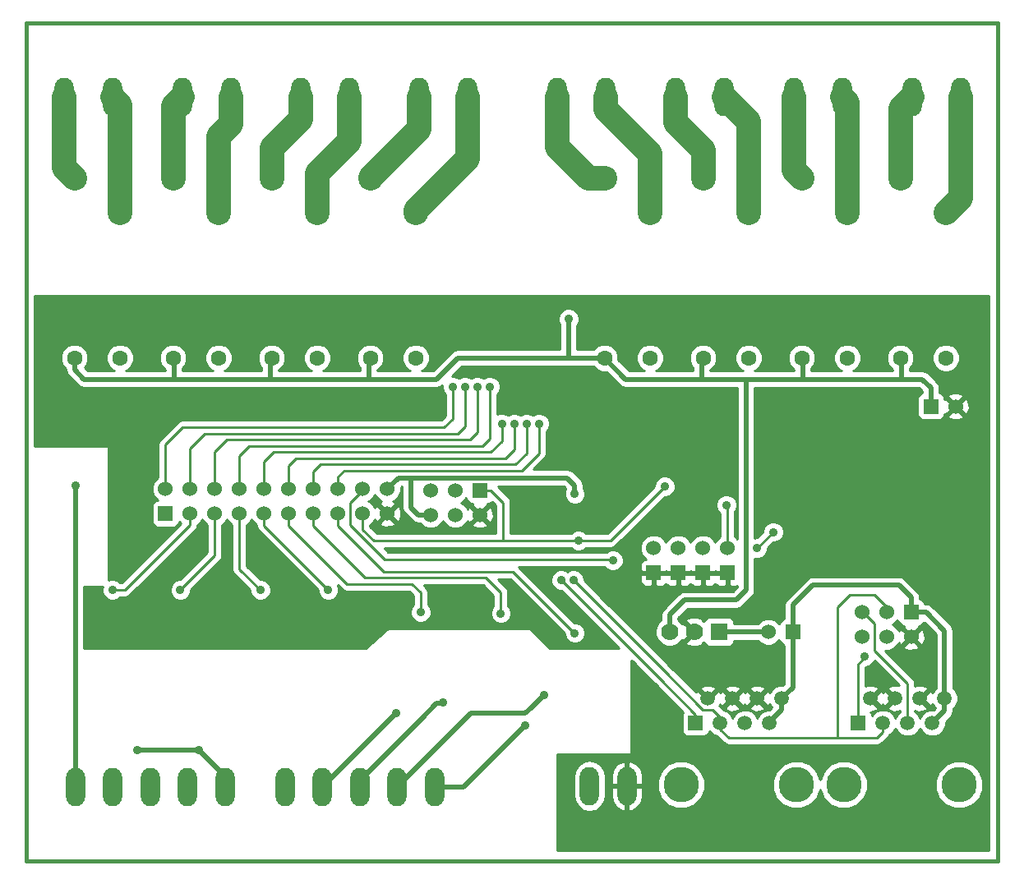
<source format=gbl>
G04 (created by PCBNEW (2013-mar-13)-testing) date mer. 01 mai 2013 21:42:49 CEST*
%MOIN*%
G04 Gerber Fmt 3.4, Leading zero omitted, Abs format*
%FSLAX34Y34*%
G01*
G70*
G90*
G04 APERTURE LIST*
%ADD10C,2.3622e-06*%
%ADD11C,0.015*%
%ADD12R,0.06X0.06*%
%ADD13C,0.06*%
%ADD14O,0.078X0.156*%
%ADD15C,0.1437*%
%ADD16R,0.0591X0.0591*%
%ADD17C,0.0591*%
%ADD18C,0.07*%
%ADD19R,0.07X0.07*%
%ADD20C,0.063*%
%ADD21C,0.1*%
%ADD22C,0.035*%
%ADD23C,0.0197*%
%ADD24C,0.1*%
%ADD25C,0.01*%
G04 APERTURE END LIST*
G54D10*
G54D11*
X71500Y-62000D02*
X110900Y-62000D01*
X71500Y-28000D02*
X110900Y-28000D01*
X110900Y-28000D02*
X110800Y-28000D01*
X110900Y-62000D02*
X110900Y-28000D01*
X71500Y-62000D02*
X71500Y-28000D01*
G54D12*
X77150Y-47900D03*
G54D13*
X77150Y-46900D03*
X78150Y-47900D03*
X78150Y-46900D03*
X79150Y-47900D03*
X79150Y-46900D03*
X80150Y-47900D03*
X80150Y-46900D03*
X81150Y-47900D03*
X81150Y-46900D03*
X82150Y-47900D03*
X82150Y-46900D03*
X83150Y-47900D03*
X83150Y-46900D03*
X84150Y-47900D03*
X84150Y-46900D03*
X85150Y-47900D03*
X85150Y-46900D03*
X86150Y-47900D03*
X86150Y-46900D03*
G54D12*
X102600Y-52700D03*
G54D13*
X101600Y-52700D03*
G54D14*
X82000Y-59000D03*
X83515Y-59000D03*
X85031Y-59000D03*
X86547Y-59000D03*
X88062Y-59000D03*
X73500Y-59000D03*
X75015Y-59000D03*
X76531Y-59000D03*
X78047Y-59000D03*
X79562Y-59000D03*
G54D12*
X107400Y-51900D03*
G54D13*
X107400Y-52900D03*
X106400Y-51900D03*
X106400Y-52900D03*
X105400Y-51900D03*
X105400Y-52900D03*
G54D14*
X89390Y-31000D03*
X87420Y-31000D03*
X84590Y-31000D03*
X82620Y-31000D03*
X79790Y-31000D03*
X77820Y-31000D03*
X94990Y-31000D03*
X93020Y-31000D03*
X74990Y-31000D03*
X73020Y-31000D03*
X99790Y-31000D03*
X97820Y-31000D03*
X109390Y-31000D03*
X107420Y-31000D03*
X104590Y-31000D03*
X102620Y-31000D03*
G54D12*
X99950Y-50300D03*
G54D13*
X99950Y-49300D03*
G54D12*
X98950Y-50300D03*
G54D13*
X98950Y-49300D03*
G54D12*
X96950Y-50300D03*
G54D13*
X96950Y-49300D03*
G54D12*
X108200Y-43550D03*
G54D13*
X109200Y-43550D03*
G54D12*
X97950Y-50300D03*
G54D13*
X97950Y-49300D03*
G54D15*
X102738Y-58900D03*
X98065Y-58900D03*
G54D16*
X98650Y-56400D03*
G54D17*
X99150Y-55400D03*
X99650Y-56400D03*
X100150Y-55400D03*
X100650Y-56400D03*
X101150Y-55400D03*
X101650Y-56400D03*
X102150Y-55400D03*
G54D15*
X109338Y-58900D03*
X104665Y-58900D03*
G54D16*
X105250Y-56400D03*
G54D17*
X105750Y-55400D03*
X106250Y-56400D03*
X106750Y-55400D03*
X107250Y-56400D03*
X107750Y-55400D03*
X108250Y-56400D03*
X108750Y-55400D03*
G54D12*
X89900Y-46950D03*
G54D13*
X89900Y-47950D03*
X88900Y-46950D03*
X88900Y-47950D03*
X87900Y-46950D03*
X87900Y-47950D03*
G54D18*
X97600Y-52700D03*
X98600Y-52700D03*
G54D19*
X99600Y-52700D03*
G54D20*
X73453Y-41587D03*
X75303Y-41587D03*
G54D21*
X75303Y-35681D03*
X73453Y-34303D03*
G54D20*
X77453Y-41587D03*
X79303Y-41587D03*
G54D21*
X79303Y-35681D03*
X77453Y-34303D03*
G54D20*
X81453Y-41587D03*
X83303Y-41587D03*
G54D21*
X83303Y-35681D03*
X81453Y-34303D03*
G54D20*
X85453Y-41587D03*
X87303Y-41587D03*
G54D21*
X87303Y-35681D03*
X85453Y-34303D03*
G54D20*
X94953Y-41587D03*
X96803Y-41587D03*
G54D21*
X96803Y-35681D03*
X94953Y-34303D03*
G54D20*
X98953Y-41587D03*
X100803Y-41587D03*
G54D21*
X100803Y-35681D03*
X98953Y-34303D03*
G54D20*
X102953Y-41587D03*
X104803Y-41587D03*
G54D21*
X104803Y-35681D03*
X102953Y-34303D03*
G54D20*
X106953Y-41587D03*
X108803Y-41587D03*
G54D21*
X108803Y-35681D03*
X106953Y-34303D03*
G54D14*
X94350Y-58950D03*
X95865Y-58950D03*
G54D22*
X93500Y-40000D03*
X93750Y-47100D03*
X99900Y-47550D03*
X75000Y-51000D03*
X77750Y-51000D03*
X81000Y-51000D03*
X83750Y-51000D03*
X87500Y-51900D03*
X90750Y-51950D03*
X93750Y-52750D03*
X78500Y-57500D03*
X76000Y-57500D03*
X91750Y-56500D03*
X103600Y-46600D03*
X92500Y-48100D03*
X94400Y-47600D03*
X93500Y-43900D03*
X73500Y-46750D03*
X86500Y-56000D03*
X88400Y-55550D03*
X92500Y-55250D03*
X95300Y-49800D03*
X101150Y-49300D03*
X101800Y-48650D03*
X88800Y-42750D03*
X89300Y-42750D03*
X89800Y-42750D03*
X90300Y-42750D03*
X90800Y-44250D03*
X91300Y-44250D03*
X91800Y-44250D03*
X92300Y-44250D03*
X97400Y-46800D03*
X93900Y-49000D03*
X93700Y-50600D03*
X105500Y-53700D03*
X93200Y-50600D03*
G54D23*
X93500Y-40000D02*
X93500Y-41587D01*
X93500Y-41587D02*
X93500Y-41500D01*
X93500Y-41500D02*
X93500Y-41587D01*
X100700Y-42450D02*
X100700Y-42700D01*
X100700Y-42700D02*
X100700Y-43400D01*
X100700Y-42450D02*
X100700Y-42500D01*
X100700Y-42500D02*
X100700Y-42450D01*
X97600Y-52700D02*
X97600Y-52000D01*
X97600Y-52000D02*
X98200Y-51400D01*
X98200Y-51400D02*
X100300Y-51400D01*
X100300Y-51400D02*
X100700Y-51000D01*
X100700Y-51000D02*
X100700Y-43400D01*
X100700Y-43400D02*
X100700Y-43334D01*
X94953Y-41587D02*
X95816Y-42450D01*
X96050Y-42450D02*
X98900Y-42450D01*
X96050Y-42450D02*
X95816Y-42450D01*
X98900Y-42450D02*
X98900Y-41640D01*
X98900Y-41640D02*
X98953Y-41587D01*
X107000Y-42450D02*
X107000Y-41634D01*
X107000Y-41634D02*
X106953Y-41587D01*
X103000Y-42450D02*
X103000Y-41634D01*
X103000Y-41634D02*
X102953Y-41587D01*
X98900Y-41640D02*
X98953Y-41587D01*
X85400Y-42450D02*
X85400Y-41640D01*
X85400Y-41640D02*
X85453Y-41587D01*
X81400Y-42450D02*
X81400Y-41640D01*
X81400Y-41640D02*
X81453Y-41587D01*
X99400Y-42450D02*
X98900Y-42450D01*
X99400Y-42450D02*
X100700Y-42450D01*
X100700Y-42450D02*
X100950Y-42450D01*
X100950Y-42450D02*
X101150Y-42450D01*
X101150Y-42450D02*
X103000Y-42450D01*
X77500Y-42450D02*
X81400Y-42450D01*
X81400Y-42450D02*
X85400Y-42450D01*
X85400Y-42450D02*
X88150Y-42450D01*
X88150Y-42450D02*
X89013Y-41587D01*
X89013Y-41587D02*
X93500Y-41587D01*
X93500Y-41587D02*
X93900Y-41587D01*
X93900Y-41587D02*
X94953Y-41587D01*
X77500Y-42450D02*
X77500Y-41634D01*
X77500Y-41634D02*
X77453Y-41587D01*
X76453Y-42450D02*
X73850Y-42450D01*
X77500Y-42450D02*
X76500Y-42450D01*
X76453Y-42450D02*
X76500Y-42450D01*
X73453Y-42053D02*
X73453Y-41587D01*
X73850Y-42450D02*
X73453Y-42053D01*
X103500Y-42450D02*
X107000Y-42450D01*
X107000Y-42450D02*
X107450Y-42450D01*
X107450Y-42450D02*
X107850Y-42450D01*
X108200Y-42800D02*
X108200Y-43550D01*
X107850Y-42450D02*
X108200Y-42800D01*
X103000Y-42450D02*
X103500Y-42450D01*
X99600Y-52700D02*
X101600Y-52700D01*
X93300Y-46450D02*
X93450Y-46450D01*
X93750Y-46750D02*
X93750Y-47100D01*
X93450Y-46450D02*
X93750Y-46750D01*
X87900Y-47950D02*
X87400Y-47950D01*
X87100Y-47650D02*
X87100Y-46450D01*
X87400Y-47950D02*
X87100Y-47650D01*
X86150Y-46900D02*
X86600Y-46450D01*
X86600Y-46450D02*
X87100Y-46450D01*
X87100Y-46450D02*
X93300Y-46450D01*
X93300Y-46450D02*
X93350Y-46450D01*
G54D24*
X75303Y-35681D02*
X75303Y-31313D01*
X75303Y-31313D02*
X74990Y-31000D01*
X73020Y-31000D02*
X73020Y-33870D01*
X73020Y-33870D02*
X73453Y-34303D01*
X79303Y-35681D02*
X79303Y-32597D01*
X79790Y-32110D02*
X79790Y-31000D01*
X79303Y-32597D02*
X79790Y-32110D01*
X77453Y-34303D02*
X77453Y-31367D01*
X77453Y-31367D02*
X77820Y-31000D01*
X83303Y-35681D02*
X83303Y-34097D01*
X84590Y-32810D02*
X84590Y-31000D01*
X83303Y-34097D02*
X84590Y-32810D01*
X81453Y-34303D02*
X81453Y-33047D01*
X82620Y-31880D02*
X82620Y-31000D01*
X81453Y-33047D02*
X82620Y-31880D01*
X87303Y-35681D02*
X87303Y-35597D01*
X89390Y-33510D02*
X89390Y-31000D01*
X87303Y-35597D02*
X89390Y-33510D01*
X85453Y-34303D02*
X85453Y-34247D01*
X87420Y-32280D02*
X87420Y-31000D01*
X85453Y-34247D02*
X87420Y-32280D01*
X94990Y-31000D02*
X94990Y-31490D01*
X96803Y-33303D02*
X96803Y-35681D01*
X94990Y-31490D02*
X96803Y-33303D01*
X93020Y-31000D02*
X93020Y-33020D01*
X94303Y-34303D02*
X94953Y-34303D01*
X93020Y-33020D02*
X94303Y-34303D01*
X99790Y-31000D02*
X99800Y-31000D01*
X100803Y-32003D02*
X100803Y-35681D01*
X99800Y-31000D02*
X100803Y-32003D01*
X97820Y-31000D02*
X97820Y-32020D01*
X98953Y-33153D02*
X98953Y-34303D01*
X97820Y-32020D02*
X98953Y-33153D01*
X104803Y-35681D02*
X104803Y-31213D01*
X104803Y-31213D02*
X104590Y-31000D01*
X102620Y-31000D02*
X102620Y-33970D01*
X102620Y-33970D02*
X102953Y-34303D01*
X109390Y-31000D02*
X109390Y-35094D01*
X109390Y-35094D02*
X108803Y-35681D01*
X106953Y-34303D02*
X106953Y-31467D01*
X106953Y-31467D02*
X107420Y-31000D01*
G54D25*
X105400Y-51900D02*
X105450Y-51900D01*
X107250Y-54800D02*
X107250Y-56400D01*
X105900Y-53450D02*
X107250Y-54800D01*
X105900Y-52350D02*
X105900Y-53450D01*
X105450Y-51900D02*
X105900Y-52350D01*
G54D23*
X102600Y-52700D02*
X102600Y-51600D01*
X107400Y-51300D02*
X107400Y-51900D01*
X106900Y-50800D02*
X107400Y-51300D01*
X103400Y-50800D02*
X106900Y-50800D01*
X102600Y-51600D02*
X103400Y-50800D01*
X108750Y-55400D02*
X108750Y-52650D01*
X108750Y-52650D02*
X108000Y-51900D01*
X108000Y-51900D02*
X107400Y-51900D01*
X108750Y-55400D02*
X108750Y-55900D01*
X108750Y-55900D02*
X108250Y-56400D01*
X102600Y-52700D02*
X102600Y-54950D01*
X102600Y-54950D02*
X102150Y-55400D01*
X101650Y-56400D02*
X101650Y-56350D01*
X102150Y-55850D02*
X102150Y-55400D01*
X101650Y-56350D02*
X102150Y-55850D01*
G54D25*
X99950Y-47600D02*
X99950Y-49300D01*
X99900Y-47550D02*
X99950Y-47600D01*
X75000Y-51000D02*
X75500Y-51000D01*
X78150Y-47900D02*
X78150Y-48350D01*
X78150Y-48350D02*
X75500Y-51000D01*
X79150Y-49600D02*
X79150Y-47900D01*
X77750Y-51000D02*
X79150Y-49600D01*
X80150Y-50150D02*
X80150Y-47900D01*
X81000Y-51000D02*
X80150Y-50150D01*
X81150Y-48400D02*
X81150Y-47900D01*
X83750Y-51000D02*
X81150Y-48400D01*
X87000Y-50750D02*
X87150Y-50750D01*
X87000Y-50750D02*
X84500Y-50750D01*
X84500Y-50750D02*
X82150Y-48400D01*
X82150Y-47900D02*
X82150Y-48400D01*
X87500Y-51100D02*
X87500Y-51900D01*
X87150Y-50750D02*
X87500Y-51100D01*
X90000Y-50500D02*
X90150Y-50500D01*
X90000Y-50500D02*
X85250Y-50500D01*
X85250Y-50500D02*
X83150Y-48400D01*
X83150Y-47900D02*
X83150Y-48400D01*
X90750Y-51100D02*
X90750Y-51950D01*
X90150Y-50500D02*
X90750Y-51100D01*
X84150Y-48400D02*
X84150Y-47900D01*
X86000Y-50250D02*
X84150Y-48400D01*
X91250Y-50250D02*
X86000Y-50250D01*
X93750Y-52750D02*
X91250Y-50250D01*
G54D23*
X79562Y-58562D02*
X79562Y-59000D01*
X78500Y-57500D02*
X79562Y-58562D01*
X76000Y-57500D02*
X78500Y-57500D01*
X88062Y-59000D02*
X89250Y-59000D01*
X91750Y-56500D02*
X89250Y-59000D01*
G54D25*
X103600Y-46600D02*
X105200Y-46600D01*
X105200Y-46600D02*
X105300Y-46600D01*
X94400Y-47600D02*
X93200Y-47600D01*
X92700Y-48100D02*
X92500Y-48100D01*
X93200Y-47600D02*
X92700Y-48100D01*
X94400Y-44800D02*
X94400Y-47600D01*
X93500Y-43900D02*
X94400Y-44800D01*
G54D23*
X73500Y-46750D02*
X73500Y-59000D01*
X83515Y-59000D02*
X83515Y-58984D01*
X83515Y-58984D02*
X86500Y-56000D01*
X85031Y-58718D02*
X87500Y-56250D01*
X85031Y-58718D02*
X85031Y-59000D01*
X88150Y-55600D02*
X87500Y-56250D01*
X88350Y-55600D02*
X88150Y-55600D01*
X88400Y-55550D02*
X88350Y-55600D01*
X89547Y-56000D02*
X86547Y-59000D01*
X91750Y-56000D02*
X89547Y-56000D01*
X92000Y-55750D02*
X91750Y-56000D01*
X92500Y-55250D02*
X92000Y-55750D01*
G54D25*
X94150Y-49750D02*
X95250Y-49750D01*
X95250Y-49750D02*
X95300Y-49800D01*
X101150Y-49300D02*
X101800Y-48650D01*
X86050Y-49750D02*
X94150Y-49750D01*
X94150Y-49750D02*
X94200Y-49750D01*
X85150Y-46900D02*
X85150Y-46950D01*
X84650Y-48350D02*
X86050Y-49750D01*
X84650Y-47450D02*
X84650Y-48350D01*
X85150Y-46950D02*
X84650Y-47450D01*
X87650Y-44400D02*
X88450Y-44400D01*
X77150Y-46900D02*
X77150Y-45100D01*
X88800Y-44050D02*
X88800Y-42750D01*
X88450Y-44400D02*
X88800Y-44050D01*
X77850Y-44400D02*
X87650Y-44400D01*
X77150Y-45100D02*
X77850Y-44400D01*
X88200Y-44650D02*
X89000Y-44650D01*
X78150Y-45250D02*
X78750Y-44650D01*
X78750Y-44650D02*
X88200Y-44650D01*
X89000Y-44650D02*
X89300Y-44350D01*
X89300Y-44350D02*
X89300Y-42750D01*
X78150Y-45250D02*
X78150Y-46900D01*
X89500Y-44900D02*
X88700Y-44900D01*
X79150Y-45400D02*
X79650Y-44900D01*
X79650Y-44900D02*
X88700Y-44900D01*
X79150Y-45400D02*
X79150Y-46900D01*
X89500Y-44900D02*
X89550Y-44850D01*
X89800Y-44600D02*
X89800Y-42750D01*
X89500Y-44900D02*
X89550Y-44850D01*
X89550Y-44850D02*
X89800Y-44600D01*
X89200Y-45150D02*
X90000Y-45150D01*
X80150Y-46900D02*
X80150Y-45550D01*
X80150Y-45550D02*
X80550Y-45150D01*
X80550Y-45150D02*
X89200Y-45150D01*
X90000Y-45150D02*
X90300Y-44850D01*
X90300Y-44850D02*
X90300Y-42750D01*
X89500Y-45400D02*
X90350Y-45400D01*
X90350Y-45400D02*
X90800Y-44950D01*
X90800Y-44950D02*
X90800Y-44250D01*
X81150Y-46900D02*
X81150Y-45800D01*
X81550Y-45400D02*
X89500Y-45400D01*
X89500Y-45400D02*
X89550Y-45400D01*
X81150Y-45800D02*
X81550Y-45400D01*
X90150Y-45650D02*
X90950Y-45650D01*
X82150Y-45950D02*
X82450Y-45650D01*
X82450Y-45650D02*
X90150Y-45650D01*
X90950Y-45650D02*
X91300Y-45300D01*
X91300Y-45300D02*
X91300Y-44250D01*
X82150Y-45950D02*
X82150Y-46900D01*
X90550Y-45900D02*
X91350Y-45900D01*
X83150Y-46200D02*
X83450Y-45900D01*
X83450Y-45900D02*
X90550Y-45900D01*
X91350Y-45900D02*
X91800Y-45450D01*
X91800Y-45450D02*
X91800Y-44250D01*
X83150Y-46200D02*
X83150Y-46900D01*
X90800Y-46150D02*
X91600Y-46150D01*
X84150Y-46400D02*
X84400Y-46150D01*
X84400Y-46150D02*
X90800Y-46150D01*
X91600Y-46150D02*
X92300Y-45450D01*
X92300Y-45450D02*
X92300Y-44250D01*
X84150Y-46400D02*
X84150Y-46900D01*
X97400Y-46800D02*
X95200Y-49000D01*
X95200Y-49000D02*
X93900Y-49000D01*
X93100Y-49000D02*
X93200Y-49000D01*
X93100Y-49000D02*
X90850Y-49000D01*
X93200Y-49000D02*
X93900Y-49000D01*
X89900Y-46950D02*
X90350Y-46950D01*
X90850Y-47450D02*
X90850Y-49000D01*
X90350Y-46950D02*
X90850Y-47450D01*
X90850Y-49000D02*
X85600Y-49000D01*
X85150Y-48550D02*
X85150Y-47900D01*
X85600Y-49000D02*
X85150Y-48550D01*
X104400Y-57000D02*
X104400Y-56100D01*
X106400Y-51700D02*
X106400Y-51900D01*
X105900Y-51200D02*
X106400Y-51700D01*
X104900Y-51200D02*
X105900Y-51200D01*
X104400Y-51700D02*
X104900Y-51200D01*
X104400Y-56100D02*
X104400Y-51700D01*
X104400Y-57000D02*
X104400Y-56950D01*
X104400Y-56950D02*
X104400Y-57000D01*
X106250Y-56400D02*
X106250Y-56750D01*
X106000Y-57000D02*
X104400Y-57000D01*
X104400Y-57000D02*
X104350Y-57000D01*
X104350Y-57000D02*
X103500Y-57000D01*
X106250Y-56750D02*
X106000Y-57000D01*
X97400Y-54300D02*
X98850Y-55750D01*
X93700Y-50600D02*
X94700Y-51600D01*
X94700Y-51600D02*
X97400Y-54300D01*
X99650Y-56150D02*
X99650Y-56400D01*
X99350Y-55850D02*
X99650Y-56150D01*
X98950Y-55850D02*
X99350Y-55850D01*
X98850Y-55750D02*
X98950Y-55850D01*
X99650Y-56400D02*
X99650Y-56650D01*
X100000Y-57000D02*
X103500Y-57000D01*
X99650Y-56650D02*
X100000Y-57000D01*
X105250Y-56400D02*
X105250Y-54350D01*
X105500Y-53750D02*
X105500Y-53700D01*
X105250Y-54000D02*
X105500Y-53750D01*
X105250Y-54350D02*
X105250Y-54000D01*
X98650Y-56400D02*
X98650Y-56050D01*
X98650Y-56050D02*
X97175Y-54575D01*
X93200Y-50600D02*
X96300Y-53700D01*
X96300Y-53700D02*
X97175Y-54575D01*
X97175Y-54575D02*
X97200Y-54600D01*
G54D10*
G36*
X90550Y-48700D02*
X90454Y-48700D01*
X90454Y-48031D01*
X90443Y-47813D01*
X90381Y-47662D01*
X90285Y-47634D01*
X89970Y-47950D01*
X90285Y-48265D01*
X90381Y-48237D01*
X90454Y-48031D01*
X90454Y-48700D01*
X90215Y-48700D01*
X90215Y-48335D01*
X89900Y-48020D01*
X89584Y-48335D01*
X89612Y-48431D01*
X89818Y-48504D01*
X90036Y-48493D01*
X90187Y-48431D01*
X90215Y-48335D01*
X90215Y-48700D01*
X86704Y-48700D01*
X86704Y-47981D01*
X86693Y-47763D01*
X86631Y-47612D01*
X86535Y-47584D01*
X86220Y-47900D01*
X86535Y-48215D01*
X86631Y-48187D01*
X86704Y-47981D01*
X86704Y-48700D01*
X86465Y-48700D01*
X86465Y-48285D01*
X86150Y-47970D01*
X85834Y-48285D01*
X85862Y-48381D01*
X86068Y-48454D01*
X86286Y-48443D01*
X86437Y-48381D01*
X86465Y-48285D01*
X86465Y-48700D01*
X85724Y-48700D01*
X85450Y-48425D01*
X85450Y-48371D01*
X85461Y-48366D01*
X85615Y-48211D01*
X85647Y-48136D01*
X85668Y-48187D01*
X85764Y-48215D01*
X86079Y-47900D01*
X85764Y-47584D01*
X85668Y-47612D01*
X85649Y-47667D01*
X85616Y-47588D01*
X85461Y-47434D01*
X85380Y-47400D01*
X85461Y-47366D01*
X85615Y-47211D01*
X85649Y-47130D01*
X85683Y-47211D01*
X85838Y-47365D01*
X85913Y-47397D01*
X85862Y-47418D01*
X85834Y-47514D01*
X86150Y-47829D01*
X86465Y-47514D01*
X86437Y-47418D01*
X86382Y-47399D01*
X86461Y-47366D01*
X86615Y-47211D01*
X86699Y-47009D01*
X86700Y-46842D01*
X86744Y-46798D01*
X86751Y-46798D01*
X86751Y-47650D01*
X86778Y-47783D01*
X86853Y-47896D01*
X87153Y-48196D01*
X87153Y-48196D01*
X87266Y-48271D01*
X87399Y-48298D01*
X87399Y-48298D01*
X87400Y-48298D01*
X87470Y-48298D01*
X87588Y-48415D01*
X87790Y-48499D01*
X88008Y-48500D01*
X88211Y-48416D01*
X88365Y-48261D01*
X88399Y-48180D01*
X88433Y-48261D01*
X88588Y-48415D01*
X88790Y-48499D01*
X89008Y-48500D01*
X89211Y-48416D01*
X89365Y-48261D01*
X89397Y-48186D01*
X89418Y-48237D01*
X89514Y-48265D01*
X89829Y-47950D01*
X89514Y-47634D01*
X89418Y-47662D01*
X89399Y-47717D01*
X89366Y-47638D01*
X89211Y-47484D01*
X89130Y-47450D01*
X89211Y-47416D01*
X89349Y-47277D01*
X89349Y-47299D01*
X89387Y-47391D01*
X89458Y-47461D01*
X89550Y-47499D01*
X89603Y-47500D01*
X89584Y-47564D01*
X89900Y-47879D01*
X90215Y-47564D01*
X90196Y-47500D01*
X90249Y-47500D01*
X90341Y-47462D01*
X90389Y-47413D01*
X90550Y-47574D01*
X90550Y-48700D01*
X90550Y-48700D01*
G37*
G54D25*
X90550Y-48700D02*
X90454Y-48700D01*
X90454Y-48031D01*
X90443Y-47813D01*
X90381Y-47662D01*
X90285Y-47634D01*
X89970Y-47950D01*
X90285Y-48265D01*
X90381Y-48237D01*
X90454Y-48031D01*
X90454Y-48700D01*
X90215Y-48700D01*
X90215Y-48335D01*
X89900Y-48020D01*
X89584Y-48335D01*
X89612Y-48431D01*
X89818Y-48504D01*
X90036Y-48493D01*
X90187Y-48431D01*
X90215Y-48335D01*
X90215Y-48700D01*
X86704Y-48700D01*
X86704Y-47981D01*
X86693Y-47763D01*
X86631Y-47612D01*
X86535Y-47584D01*
X86220Y-47900D01*
X86535Y-48215D01*
X86631Y-48187D01*
X86704Y-47981D01*
X86704Y-48700D01*
X86465Y-48700D01*
X86465Y-48285D01*
X86150Y-47970D01*
X85834Y-48285D01*
X85862Y-48381D01*
X86068Y-48454D01*
X86286Y-48443D01*
X86437Y-48381D01*
X86465Y-48285D01*
X86465Y-48700D01*
X85724Y-48700D01*
X85450Y-48425D01*
X85450Y-48371D01*
X85461Y-48366D01*
X85615Y-48211D01*
X85647Y-48136D01*
X85668Y-48187D01*
X85764Y-48215D01*
X86079Y-47900D01*
X85764Y-47584D01*
X85668Y-47612D01*
X85649Y-47667D01*
X85616Y-47588D01*
X85461Y-47434D01*
X85380Y-47400D01*
X85461Y-47366D01*
X85615Y-47211D01*
X85649Y-47130D01*
X85683Y-47211D01*
X85838Y-47365D01*
X85913Y-47397D01*
X85862Y-47418D01*
X85834Y-47514D01*
X86150Y-47829D01*
X86465Y-47514D01*
X86437Y-47418D01*
X86382Y-47399D01*
X86461Y-47366D01*
X86615Y-47211D01*
X86699Y-47009D01*
X86700Y-46842D01*
X86744Y-46798D01*
X86751Y-46798D01*
X86751Y-47650D01*
X86778Y-47783D01*
X86853Y-47896D01*
X87153Y-48196D01*
X87153Y-48196D01*
X87266Y-48271D01*
X87399Y-48298D01*
X87399Y-48298D01*
X87400Y-48298D01*
X87470Y-48298D01*
X87588Y-48415D01*
X87790Y-48499D01*
X88008Y-48500D01*
X88211Y-48416D01*
X88365Y-48261D01*
X88399Y-48180D01*
X88433Y-48261D01*
X88588Y-48415D01*
X88790Y-48499D01*
X89008Y-48500D01*
X89211Y-48416D01*
X89365Y-48261D01*
X89397Y-48186D01*
X89418Y-48237D01*
X89514Y-48265D01*
X89829Y-47950D01*
X89514Y-47634D01*
X89418Y-47662D01*
X89399Y-47717D01*
X89366Y-47638D01*
X89211Y-47484D01*
X89130Y-47450D01*
X89211Y-47416D01*
X89349Y-47277D01*
X89349Y-47299D01*
X89387Y-47391D01*
X89458Y-47461D01*
X89550Y-47499D01*
X89603Y-47500D01*
X89584Y-47564D01*
X89900Y-47879D01*
X90215Y-47564D01*
X90196Y-47500D01*
X90249Y-47500D01*
X90341Y-47462D01*
X90389Y-47413D01*
X90550Y-47574D01*
X90550Y-48700D01*
G54D10*
G36*
X106950Y-55933D02*
X106941Y-55937D01*
X106787Y-56090D01*
X106750Y-56181D01*
X106712Y-56091D01*
X106559Y-55937D01*
X106358Y-55854D01*
X106141Y-55854D01*
X105941Y-55937D01*
X105795Y-56082D01*
X105795Y-56054D01*
X105757Y-55963D01*
X105741Y-55946D01*
X105886Y-55939D01*
X106035Y-55877D01*
X106061Y-55782D01*
X105750Y-55470D01*
X105744Y-55476D01*
X105673Y-55405D01*
X105679Y-55400D01*
X105673Y-55394D01*
X105744Y-55323D01*
X105750Y-55329D01*
X106061Y-55017D01*
X106035Y-54922D01*
X105830Y-54849D01*
X105613Y-54860D01*
X105550Y-54887D01*
X105550Y-54350D01*
X105550Y-54125D01*
X105584Y-54125D01*
X105740Y-54060D01*
X105860Y-53941D01*
X105891Y-53865D01*
X106900Y-54874D01*
X106830Y-54849D01*
X106613Y-54860D01*
X106464Y-54922D01*
X106438Y-55017D01*
X106750Y-55329D01*
X106755Y-55323D01*
X106826Y-55394D01*
X106820Y-55400D01*
X106826Y-55405D01*
X106755Y-55476D01*
X106750Y-55470D01*
X106679Y-55541D01*
X106679Y-55400D01*
X106367Y-55088D01*
X106272Y-55114D01*
X106251Y-55173D01*
X106227Y-55114D01*
X106132Y-55088D01*
X105820Y-55400D01*
X106132Y-55711D01*
X106227Y-55685D01*
X106248Y-55626D01*
X106272Y-55685D01*
X106367Y-55711D01*
X106679Y-55400D01*
X106679Y-55541D01*
X106438Y-55782D01*
X106464Y-55877D01*
X106669Y-55950D01*
X106886Y-55939D01*
X106950Y-55912D01*
X106950Y-55933D01*
X106950Y-55933D01*
G37*
G54D25*
X106950Y-55933D02*
X106941Y-55937D01*
X106787Y-56090D01*
X106750Y-56181D01*
X106712Y-56091D01*
X106559Y-55937D01*
X106358Y-55854D01*
X106141Y-55854D01*
X105941Y-55937D01*
X105795Y-56082D01*
X105795Y-56054D01*
X105757Y-55963D01*
X105741Y-55946D01*
X105886Y-55939D01*
X106035Y-55877D01*
X106061Y-55782D01*
X105750Y-55470D01*
X105744Y-55476D01*
X105673Y-55405D01*
X105679Y-55400D01*
X105673Y-55394D01*
X105744Y-55323D01*
X105750Y-55329D01*
X106061Y-55017D01*
X106035Y-54922D01*
X105830Y-54849D01*
X105613Y-54860D01*
X105550Y-54887D01*
X105550Y-54350D01*
X105550Y-54125D01*
X105584Y-54125D01*
X105740Y-54060D01*
X105860Y-53941D01*
X105891Y-53865D01*
X106900Y-54874D01*
X106830Y-54849D01*
X106613Y-54860D01*
X106464Y-54922D01*
X106438Y-55017D01*
X106750Y-55329D01*
X106755Y-55323D01*
X106826Y-55394D01*
X106820Y-55400D01*
X106826Y-55405D01*
X106755Y-55476D01*
X106750Y-55470D01*
X106679Y-55541D01*
X106679Y-55400D01*
X106367Y-55088D01*
X106272Y-55114D01*
X106251Y-55173D01*
X106227Y-55114D01*
X106132Y-55088D01*
X105820Y-55400D01*
X106132Y-55711D01*
X106227Y-55685D01*
X106248Y-55626D01*
X106272Y-55685D01*
X106367Y-55711D01*
X106679Y-55400D01*
X106679Y-55541D01*
X106438Y-55782D01*
X106464Y-55877D01*
X106669Y-55950D01*
X106886Y-55939D01*
X106950Y-55912D01*
X106950Y-55933D01*
G54D10*
G36*
X108401Y-54977D02*
X108287Y-55090D01*
X108252Y-55175D01*
X108227Y-55114D01*
X108132Y-55088D01*
X107820Y-55400D01*
X108132Y-55711D01*
X108227Y-55685D01*
X108250Y-55620D01*
X108287Y-55708D01*
X108367Y-55789D01*
X108302Y-55854D01*
X108141Y-55854D01*
X107941Y-55937D01*
X107787Y-56090D01*
X107750Y-56181D01*
X107712Y-56091D01*
X107559Y-55937D01*
X107550Y-55933D01*
X107550Y-55907D01*
X107669Y-55950D01*
X107886Y-55939D01*
X108035Y-55877D01*
X108061Y-55782D01*
X107750Y-55470D01*
X107744Y-55476D01*
X107673Y-55405D01*
X107679Y-55400D01*
X107673Y-55394D01*
X107744Y-55323D01*
X107750Y-55329D01*
X108061Y-55017D01*
X108035Y-54922D01*
X107954Y-54893D01*
X107954Y-52981D01*
X107943Y-52763D01*
X107881Y-52612D01*
X107785Y-52584D01*
X107470Y-52900D01*
X107785Y-53215D01*
X107881Y-53187D01*
X107954Y-52981D01*
X107954Y-54893D01*
X107830Y-54849D01*
X107715Y-54855D01*
X107715Y-53285D01*
X107400Y-52970D01*
X107084Y-53285D01*
X107112Y-53381D01*
X107318Y-53454D01*
X107536Y-53443D01*
X107687Y-53381D01*
X107715Y-53285D01*
X107715Y-54855D01*
X107613Y-54860D01*
X107550Y-54887D01*
X107550Y-54800D01*
X107527Y-54685D01*
X107462Y-54587D01*
X107462Y-54587D01*
X106324Y-53449D01*
X106508Y-53450D01*
X106711Y-53366D01*
X106865Y-53211D01*
X106897Y-53136D01*
X106918Y-53187D01*
X107014Y-53215D01*
X107329Y-52900D01*
X107014Y-52584D01*
X106918Y-52612D01*
X106899Y-52667D01*
X106866Y-52588D01*
X106711Y-52434D01*
X106630Y-52400D01*
X106711Y-52366D01*
X106849Y-52227D01*
X106849Y-52249D01*
X106887Y-52341D01*
X106958Y-52411D01*
X107050Y-52449D01*
X107103Y-52450D01*
X107084Y-52514D01*
X107400Y-52829D01*
X107715Y-52514D01*
X107696Y-52450D01*
X107749Y-52450D01*
X107841Y-52412D01*
X107911Y-52341D01*
X107922Y-52315D01*
X108401Y-52794D01*
X108401Y-54977D01*
X108401Y-54977D01*
G37*
G54D25*
X108401Y-54977D02*
X108287Y-55090D01*
X108252Y-55175D01*
X108227Y-55114D01*
X108132Y-55088D01*
X107820Y-55400D01*
X108132Y-55711D01*
X108227Y-55685D01*
X108250Y-55620D01*
X108287Y-55708D01*
X108367Y-55789D01*
X108302Y-55854D01*
X108141Y-55854D01*
X107941Y-55937D01*
X107787Y-56090D01*
X107750Y-56181D01*
X107712Y-56091D01*
X107559Y-55937D01*
X107550Y-55933D01*
X107550Y-55907D01*
X107669Y-55950D01*
X107886Y-55939D01*
X108035Y-55877D01*
X108061Y-55782D01*
X107750Y-55470D01*
X107744Y-55476D01*
X107673Y-55405D01*
X107679Y-55400D01*
X107673Y-55394D01*
X107744Y-55323D01*
X107750Y-55329D01*
X108061Y-55017D01*
X108035Y-54922D01*
X107954Y-54893D01*
X107954Y-52981D01*
X107943Y-52763D01*
X107881Y-52612D01*
X107785Y-52584D01*
X107470Y-52900D01*
X107785Y-53215D01*
X107881Y-53187D01*
X107954Y-52981D01*
X107954Y-54893D01*
X107830Y-54849D01*
X107715Y-54855D01*
X107715Y-53285D01*
X107400Y-52970D01*
X107084Y-53285D01*
X107112Y-53381D01*
X107318Y-53454D01*
X107536Y-53443D01*
X107687Y-53381D01*
X107715Y-53285D01*
X107715Y-54855D01*
X107613Y-54860D01*
X107550Y-54887D01*
X107550Y-54800D01*
X107527Y-54685D01*
X107462Y-54587D01*
X107462Y-54587D01*
X106324Y-53449D01*
X106508Y-53450D01*
X106711Y-53366D01*
X106865Y-53211D01*
X106897Y-53136D01*
X106918Y-53187D01*
X107014Y-53215D01*
X107329Y-52900D01*
X107014Y-52584D01*
X106918Y-52612D01*
X106899Y-52667D01*
X106866Y-52588D01*
X106711Y-52434D01*
X106630Y-52400D01*
X106711Y-52366D01*
X106849Y-52227D01*
X106849Y-52249D01*
X106887Y-52341D01*
X106958Y-52411D01*
X107050Y-52449D01*
X107103Y-52450D01*
X107084Y-52514D01*
X107400Y-52829D01*
X107715Y-52514D01*
X107696Y-52450D01*
X107749Y-52450D01*
X107841Y-52412D01*
X107911Y-52341D01*
X107922Y-52315D01*
X108401Y-52794D01*
X108401Y-54977D01*
G54D10*
G36*
X110550Y-61550D02*
X110306Y-61550D01*
X110306Y-58708D01*
X110159Y-58352D01*
X109887Y-58079D01*
X109754Y-58024D01*
X109754Y-43631D01*
X109743Y-43413D01*
X109681Y-43262D01*
X109585Y-43234D01*
X109515Y-43305D01*
X109515Y-43164D01*
X109487Y-43068D01*
X109368Y-43026D01*
X109368Y-41475D01*
X109282Y-41267D01*
X109123Y-41108D01*
X108915Y-41022D01*
X108691Y-41021D01*
X108483Y-41107D01*
X108324Y-41266D01*
X108238Y-41474D01*
X108237Y-41698D01*
X108323Y-41906D01*
X108482Y-42065D01*
X108690Y-42151D01*
X108914Y-42152D01*
X109122Y-42066D01*
X109281Y-41907D01*
X109367Y-41699D01*
X109368Y-41475D01*
X109368Y-43026D01*
X109281Y-42995D01*
X109063Y-43006D01*
X108912Y-43068D01*
X108884Y-43164D01*
X109200Y-43479D01*
X109515Y-43164D01*
X109515Y-43305D01*
X109270Y-43550D01*
X109585Y-43865D01*
X109681Y-43837D01*
X109754Y-43631D01*
X109754Y-58024D01*
X109531Y-57931D01*
X109515Y-57931D01*
X109515Y-43935D01*
X109200Y-43620D01*
X108884Y-43935D01*
X108912Y-44031D01*
X109118Y-44104D01*
X109336Y-44093D01*
X109487Y-44031D01*
X109515Y-43935D01*
X109515Y-57931D01*
X109146Y-57931D01*
X108790Y-58078D01*
X108517Y-58350D01*
X108369Y-58706D01*
X108369Y-59091D01*
X108516Y-59447D01*
X108788Y-59720D01*
X109144Y-59868D01*
X109529Y-59868D01*
X109885Y-59721D01*
X110158Y-59449D01*
X110306Y-59093D01*
X110306Y-58708D01*
X110306Y-61550D01*
X105633Y-61550D01*
X105633Y-58708D01*
X105486Y-58352D01*
X105214Y-58079D01*
X104858Y-57931D01*
X104473Y-57931D01*
X104117Y-58078D01*
X103844Y-58350D01*
X103701Y-58695D01*
X103559Y-58352D01*
X103287Y-58079D01*
X102931Y-57931D01*
X102546Y-57931D01*
X102190Y-58078D01*
X101917Y-58350D01*
X101769Y-58706D01*
X101769Y-59091D01*
X101916Y-59447D01*
X102188Y-59720D01*
X102544Y-59868D01*
X102929Y-59868D01*
X103285Y-59721D01*
X103558Y-59449D01*
X103701Y-59104D01*
X103843Y-59447D01*
X104115Y-59720D01*
X104471Y-59868D01*
X104856Y-59868D01*
X105212Y-59721D01*
X105485Y-59449D01*
X105633Y-59093D01*
X105633Y-58708D01*
X105633Y-61550D01*
X99033Y-61550D01*
X99033Y-58708D01*
X98886Y-58352D01*
X98614Y-58079D01*
X98258Y-57931D01*
X97873Y-57931D01*
X97517Y-58078D01*
X97244Y-58350D01*
X97096Y-58706D01*
X97096Y-59091D01*
X97243Y-59447D01*
X97515Y-59720D01*
X97871Y-59868D01*
X98256Y-59868D01*
X98612Y-59721D01*
X98885Y-59449D01*
X99033Y-59093D01*
X99033Y-58708D01*
X99033Y-61550D01*
X96505Y-61550D01*
X96505Y-59390D01*
X96505Y-59000D01*
X96505Y-58900D01*
X96505Y-58510D01*
X96437Y-58268D01*
X96282Y-58072D01*
X96064Y-57949D01*
X96014Y-57937D01*
X95915Y-57984D01*
X95915Y-58900D01*
X96505Y-58900D01*
X96505Y-59000D01*
X95915Y-59000D01*
X95915Y-59915D01*
X96014Y-59962D01*
X96064Y-59950D01*
X96282Y-59827D01*
X96437Y-59631D01*
X96505Y-59390D01*
X96505Y-61550D01*
X95815Y-61550D01*
X95815Y-59915D01*
X95815Y-59000D01*
X95815Y-58900D01*
X95815Y-57984D01*
X95716Y-57937D01*
X95667Y-57949D01*
X95448Y-58072D01*
X95293Y-58268D01*
X95225Y-58510D01*
X95225Y-58900D01*
X95815Y-58900D01*
X95815Y-59000D01*
X95225Y-59000D01*
X95225Y-59390D01*
X95293Y-59631D01*
X95448Y-59827D01*
X95667Y-59950D01*
X95716Y-59962D01*
X95815Y-59915D01*
X95815Y-61550D01*
X94990Y-61550D01*
X94990Y-59360D01*
X94990Y-58539D01*
X94941Y-58294D01*
X94802Y-58087D01*
X94594Y-57948D01*
X94350Y-57899D01*
X94105Y-57948D01*
X93897Y-58087D01*
X93758Y-58294D01*
X93710Y-58539D01*
X93710Y-59360D01*
X93758Y-59605D01*
X93897Y-59812D01*
X94105Y-59951D01*
X94350Y-60000D01*
X94594Y-59951D01*
X94802Y-59812D01*
X94941Y-59605D01*
X94990Y-59360D01*
X94990Y-61550D01*
X93050Y-61550D01*
X93050Y-57650D01*
X96050Y-57650D01*
X96050Y-53874D01*
X96087Y-53912D01*
X96087Y-53912D01*
X96087Y-53912D01*
X96962Y-54787D01*
X96962Y-54787D01*
X96962Y-54787D01*
X96987Y-54812D01*
X96987Y-54812D01*
X98141Y-55965D01*
X98104Y-56054D01*
X98104Y-56154D01*
X98104Y-56745D01*
X98142Y-56836D01*
X98212Y-56907D01*
X98304Y-56945D01*
X98404Y-56945D01*
X98995Y-56945D01*
X99086Y-56907D01*
X99157Y-56837D01*
X99195Y-56745D01*
X99195Y-56716D01*
X99340Y-56862D01*
X99507Y-56931D01*
X99787Y-57212D01*
X99787Y-57212D01*
X99885Y-57277D01*
X99999Y-57299D01*
X100000Y-57300D01*
X103500Y-57300D01*
X104350Y-57300D01*
X104400Y-57300D01*
X106000Y-57300D01*
X106000Y-57299D01*
X106114Y-57277D01*
X106114Y-57277D01*
X106212Y-57212D01*
X106462Y-56962D01*
X106462Y-56962D01*
X106517Y-56879D01*
X106558Y-56862D01*
X106712Y-56709D01*
X106749Y-56618D01*
X106787Y-56708D01*
X106940Y-56862D01*
X107141Y-56945D01*
X107358Y-56945D01*
X107558Y-56862D01*
X107712Y-56709D01*
X107749Y-56618D01*
X107787Y-56708D01*
X107940Y-56862D01*
X108141Y-56945D01*
X108358Y-56945D01*
X108558Y-56862D01*
X108712Y-56709D01*
X108795Y-56508D01*
X108795Y-56347D01*
X108996Y-56146D01*
X109071Y-56033D01*
X109071Y-56033D01*
X109098Y-55900D01*
X109098Y-55822D01*
X109212Y-55709D01*
X109295Y-55508D01*
X109295Y-55291D01*
X109212Y-55091D01*
X109098Y-54976D01*
X109098Y-52650D01*
X109098Y-52649D01*
X109098Y-52649D01*
X109071Y-52516D01*
X108996Y-52403D01*
X108996Y-52403D01*
X108246Y-51653D01*
X108133Y-51578D01*
X108000Y-51551D01*
X107950Y-51551D01*
X107950Y-51550D01*
X107912Y-51458D01*
X107841Y-51388D01*
X107749Y-51350D01*
X107748Y-51350D01*
X107748Y-51300D01*
X107721Y-51166D01*
X107721Y-51166D01*
X107646Y-51053D01*
X107146Y-50553D01*
X107033Y-50478D01*
X106900Y-50451D01*
X103400Y-50451D01*
X103399Y-50451D01*
X103266Y-50478D01*
X103153Y-50553D01*
X103153Y-50553D01*
X103153Y-50553D01*
X102353Y-51353D01*
X102278Y-51466D01*
X102251Y-51600D01*
X102251Y-52149D01*
X102250Y-52149D01*
X102158Y-52187D01*
X102088Y-52258D01*
X102050Y-52350D01*
X102050Y-52372D01*
X101911Y-52234D01*
X101709Y-52150D01*
X101491Y-52149D01*
X101288Y-52233D01*
X101170Y-52351D01*
X100200Y-52351D01*
X100200Y-52300D01*
X100162Y-52208D01*
X100091Y-52138D01*
X99999Y-52100D01*
X99900Y-52099D01*
X99200Y-52099D01*
X99108Y-52137D01*
X99038Y-52208D01*
X99018Y-52254D01*
X98996Y-52232D01*
X98951Y-52277D01*
X98917Y-52177D01*
X98693Y-52095D01*
X98455Y-52105D01*
X98282Y-52177D01*
X98248Y-52277D01*
X98600Y-52629D01*
X98605Y-52623D01*
X98676Y-52694D01*
X98670Y-52700D01*
X98676Y-52705D01*
X98605Y-52776D01*
X98600Y-52770D01*
X98248Y-53122D01*
X98282Y-53222D01*
X98506Y-53304D01*
X98744Y-53294D01*
X98917Y-53222D01*
X98951Y-53122D01*
X98951Y-53122D01*
X98996Y-53167D01*
X99018Y-53145D01*
X99037Y-53191D01*
X99108Y-53261D01*
X99200Y-53299D01*
X99299Y-53300D01*
X99999Y-53300D01*
X100091Y-53262D01*
X100161Y-53191D01*
X100199Y-53099D01*
X100200Y-53048D01*
X101170Y-53048D01*
X101288Y-53165D01*
X101490Y-53249D01*
X101708Y-53250D01*
X101911Y-53166D01*
X102049Y-53027D01*
X102049Y-53049D01*
X102087Y-53141D01*
X102158Y-53211D01*
X102250Y-53249D01*
X102251Y-53249D01*
X102251Y-54805D01*
X102202Y-54854D01*
X102041Y-54854D01*
X101841Y-54937D01*
X101687Y-55090D01*
X101652Y-55175D01*
X101627Y-55114D01*
X101532Y-55088D01*
X101461Y-55158D01*
X101461Y-55017D01*
X101435Y-54922D01*
X101230Y-54849D01*
X101013Y-54860D01*
X100864Y-54922D01*
X100838Y-55017D01*
X101150Y-55329D01*
X101461Y-55017D01*
X101461Y-55158D01*
X101220Y-55400D01*
X101532Y-55711D01*
X101627Y-55685D01*
X101650Y-55620D01*
X101687Y-55708D01*
X101742Y-55764D01*
X101652Y-55854D01*
X101541Y-55854D01*
X101461Y-55887D01*
X101461Y-55782D01*
X101150Y-55470D01*
X101079Y-55541D01*
X101079Y-55400D01*
X100767Y-55088D01*
X100672Y-55114D01*
X100651Y-55173D01*
X100627Y-55114D01*
X100532Y-55088D01*
X100461Y-55158D01*
X100461Y-55017D01*
X100435Y-54922D01*
X100230Y-54849D01*
X100013Y-54860D01*
X99864Y-54922D01*
X99838Y-55017D01*
X100150Y-55329D01*
X100461Y-55017D01*
X100461Y-55158D01*
X100220Y-55400D01*
X100532Y-55711D01*
X100627Y-55685D01*
X100648Y-55626D01*
X100672Y-55685D01*
X100767Y-55711D01*
X101079Y-55400D01*
X101079Y-55541D01*
X100838Y-55782D01*
X100864Y-55877D01*
X101069Y-55950D01*
X101286Y-55939D01*
X101435Y-55877D01*
X101461Y-55782D01*
X101461Y-55887D01*
X101341Y-55937D01*
X101187Y-56090D01*
X101150Y-56181D01*
X101112Y-56091D01*
X100959Y-55937D01*
X100758Y-55854D01*
X100541Y-55854D01*
X100461Y-55887D01*
X100461Y-55782D01*
X100150Y-55470D01*
X99838Y-55782D01*
X99864Y-55877D01*
X100069Y-55950D01*
X100286Y-55939D01*
X100435Y-55877D01*
X100461Y-55782D01*
X100461Y-55887D01*
X100341Y-55937D01*
X100187Y-56090D01*
X100150Y-56181D01*
X100112Y-56091D01*
X99959Y-55937D01*
X99792Y-55868D01*
X99613Y-55689D01*
X99627Y-55685D01*
X99648Y-55626D01*
X99672Y-55685D01*
X99767Y-55711D01*
X100079Y-55400D01*
X99767Y-55088D01*
X99672Y-55114D01*
X99651Y-55173D01*
X99627Y-55114D01*
X99532Y-55088D01*
X99461Y-55158D01*
X99461Y-55017D01*
X99435Y-54922D01*
X99230Y-54849D01*
X99013Y-54860D01*
X98951Y-54886D01*
X98864Y-54922D01*
X98838Y-55017D01*
X99150Y-55329D01*
X99461Y-55017D01*
X99461Y-55158D01*
X99220Y-55400D01*
X99226Y-55405D01*
X99155Y-55476D01*
X99150Y-55470D01*
X99144Y-55476D01*
X99073Y-55405D01*
X99079Y-55400D01*
X98767Y-55088D01*
X98672Y-55114D01*
X98663Y-55139D01*
X97612Y-54087D01*
X97612Y-54087D01*
X97612Y-54087D01*
X96900Y-53375D01*
X96900Y-50787D01*
X96900Y-50350D01*
X96462Y-50350D01*
X96400Y-50412D01*
X96399Y-50649D01*
X96437Y-50741D01*
X96508Y-50811D01*
X96600Y-50849D01*
X96699Y-50850D01*
X96837Y-50850D01*
X96900Y-50787D01*
X96900Y-53375D01*
X94912Y-51387D01*
X94912Y-51387D01*
X94912Y-51387D01*
X94124Y-50600D01*
X94125Y-50515D01*
X94060Y-50359D01*
X93941Y-50239D01*
X93784Y-50175D01*
X93615Y-50174D01*
X93459Y-50239D01*
X93450Y-50248D01*
X93441Y-50239D01*
X93284Y-50175D01*
X93115Y-50174D01*
X92959Y-50239D01*
X92839Y-50358D01*
X92775Y-50515D01*
X92774Y-50684D01*
X92839Y-50840D01*
X92958Y-50960D01*
X93115Y-51024D01*
X93200Y-51025D01*
X95525Y-53350D01*
X92720Y-53350D01*
X91920Y-52550D01*
X86180Y-52550D01*
X85280Y-53350D01*
X73848Y-53350D01*
X73848Y-50850D01*
X74602Y-50850D01*
X74575Y-50915D01*
X74574Y-51084D01*
X74639Y-51240D01*
X74758Y-51360D01*
X74915Y-51424D01*
X75084Y-51425D01*
X75240Y-51360D01*
X75301Y-51300D01*
X75500Y-51300D01*
X75500Y-51299D01*
X75614Y-51277D01*
X75614Y-51277D01*
X75712Y-51212D01*
X78362Y-48562D01*
X78362Y-48562D01*
X78427Y-48464D01*
X78445Y-48373D01*
X78461Y-48366D01*
X78615Y-48211D01*
X78649Y-48130D01*
X78683Y-48211D01*
X78838Y-48365D01*
X78850Y-48370D01*
X78850Y-49475D01*
X77750Y-50575D01*
X77665Y-50574D01*
X77509Y-50639D01*
X77389Y-50758D01*
X77325Y-50915D01*
X77324Y-51084D01*
X77389Y-51240D01*
X77508Y-51360D01*
X77665Y-51424D01*
X77834Y-51425D01*
X77990Y-51360D01*
X78110Y-51241D01*
X78174Y-51084D01*
X78175Y-50999D01*
X79362Y-49812D01*
X79362Y-49812D01*
X79427Y-49714D01*
X79449Y-49600D01*
X79450Y-49600D01*
X79450Y-48371D01*
X79461Y-48366D01*
X79615Y-48211D01*
X79649Y-48130D01*
X79683Y-48211D01*
X79838Y-48365D01*
X79850Y-48370D01*
X79850Y-50150D01*
X79872Y-50264D01*
X79937Y-50362D01*
X80575Y-50999D01*
X80574Y-51084D01*
X80639Y-51240D01*
X80758Y-51360D01*
X80915Y-51424D01*
X81084Y-51425D01*
X81240Y-51360D01*
X81360Y-51241D01*
X81424Y-51084D01*
X81425Y-50915D01*
X81360Y-50759D01*
X81241Y-50639D01*
X81084Y-50575D01*
X80999Y-50574D01*
X80450Y-50025D01*
X80450Y-48371D01*
X80461Y-48366D01*
X80615Y-48211D01*
X80649Y-48130D01*
X80683Y-48211D01*
X80838Y-48365D01*
X80850Y-48370D01*
X80850Y-48400D01*
X80872Y-48514D01*
X80937Y-48612D01*
X83325Y-50999D01*
X83324Y-51084D01*
X83389Y-51240D01*
X83508Y-51360D01*
X83665Y-51424D01*
X83834Y-51425D01*
X83990Y-51360D01*
X84110Y-51241D01*
X84174Y-51084D01*
X84175Y-50915D01*
X84128Y-50802D01*
X84287Y-50962D01*
X84287Y-50962D01*
X84385Y-51027D01*
X84499Y-51049D01*
X84500Y-51050D01*
X87000Y-51050D01*
X87025Y-51050D01*
X87200Y-51224D01*
X87200Y-51598D01*
X87139Y-51658D01*
X87075Y-51815D01*
X87074Y-51984D01*
X87139Y-52140D01*
X87258Y-52260D01*
X87415Y-52324D01*
X87584Y-52325D01*
X87740Y-52260D01*
X87860Y-52141D01*
X87924Y-51984D01*
X87925Y-51815D01*
X87860Y-51659D01*
X87800Y-51598D01*
X87800Y-51100D01*
X87799Y-51099D01*
X87777Y-50985D01*
X87712Y-50887D01*
X87712Y-50887D01*
X87624Y-50800D01*
X90000Y-50800D01*
X90025Y-50800D01*
X90450Y-51224D01*
X90450Y-51648D01*
X90389Y-51708D01*
X90325Y-51865D01*
X90324Y-52034D01*
X90389Y-52190D01*
X90508Y-52310D01*
X90665Y-52374D01*
X90834Y-52375D01*
X90990Y-52310D01*
X91110Y-52191D01*
X91174Y-52034D01*
X91175Y-51865D01*
X91110Y-51709D01*
X91050Y-51648D01*
X91050Y-51100D01*
X91027Y-50985D01*
X90962Y-50887D01*
X90962Y-50887D01*
X90624Y-50550D01*
X91125Y-50550D01*
X93325Y-52749D01*
X93324Y-52834D01*
X93389Y-52990D01*
X93508Y-53110D01*
X93665Y-53174D01*
X93834Y-53175D01*
X93990Y-53110D01*
X94110Y-52991D01*
X94174Y-52834D01*
X94175Y-52665D01*
X94110Y-52509D01*
X93991Y-52389D01*
X93834Y-52325D01*
X93749Y-52324D01*
X91474Y-50050D01*
X94150Y-50050D01*
X94200Y-50050D01*
X94949Y-50050D01*
X95058Y-50160D01*
X95215Y-50224D01*
X95384Y-50225D01*
X95540Y-50160D01*
X95660Y-50041D01*
X95724Y-49884D01*
X95725Y-49715D01*
X95660Y-49559D01*
X95541Y-49439D01*
X95384Y-49375D01*
X95215Y-49374D01*
X95059Y-49439D01*
X95049Y-49450D01*
X94200Y-49450D01*
X94150Y-49450D01*
X86174Y-49450D01*
X86024Y-49300D01*
X90850Y-49300D01*
X93100Y-49300D01*
X93200Y-49300D01*
X93598Y-49300D01*
X93658Y-49360D01*
X93815Y-49424D01*
X93984Y-49425D01*
X94140Y-49360D01*
X94201Y-49300D01*
X95200Y-49300D01*
X95200Y-49299D01*
X95314Y-49277D01*
X95314Y-49277D01*
X95412Y-49212D01*
X97399Y-47224D01*
X97484Y-47225D01*
X97640Y-47160D01*
X97760Y-47041D01*
X97824Y-46884D01*
X97825Y-46715D01*
X97760Y-46559D01*
X97641Y-46439D01*
X97484Y-46375D01*
X97315Y-46374D01*
X97159Y-46439D01*
X97039Y-46558D01*
X96975Y-46715D01*
X96974Y-46800D01*
X95075Y-48700D01*
X94201Y-48700D01*
X94141Y-48639D01*
X93984Y-48575D01*
X93815Y-48574D01*
X93659Y-48639D01*
X93598Y-48700D01*
X93200Y-48700D01*
X93100Y-48700D01*
X91150Y-48700D01*
X91150Y-47450D01*
X91127Y-47335D01*
X91062Y-47237D01*
X91062Y-47237D01*
X90622Y-46798D01*
X93300Y-46798D01*
X93305Y-46798D01*
X93382Y-46875D01*
X93325Y-47015D01*
X93324Y-47184D01*
X93389Y-47340D01*
X93508Y-47460D01*
X93665Y-47524D01*
X93834Y-47525D01*
X93990Y-47460D01*
X94110Y-47341D01*
X94174Y-47184D01*
X94175Y-47015D01*
X94110Y-46859D01*
X94098Y-46847D01*
X94098Y-46750D01*
X94098Y-46749D01*
X94098Y-46749D01*
X94071Y-46616D01*
X93996Y-46503D01*
X93996Y-46503D01*
X93696Y-46203D01*
X93583Y-46128D01*
X93450Y-46101D01*
X93350Y-46101D01*
X93300Y-46101D01*
X92072Y-46101D01*
X92512Y-45662D01*
X92512Y-45662D01*
X92577Y-45564D01*
X92599Y-45450D01*
X92600Y-45450D01*
X92600Y-44551D01*
X92660Y-44491D01*
X92724Y-44334D01*
X92725Y-44165D01*
X92660Y-44009D01*
X92541Y-43889D01*
X92384Y-43825D01*
X92215Y-43824D01*
X92059Y-43889D01*
X92050Y-43898D01*
X92041Y-43889D01*
X91884Y-43825D01*
X91715Y-43824D01*
X91559Y-43889D01*
X91550Y-43898D01*
X91541Y-43889D01*
X91384Y-43825D01*
X91215Y-43824D01*
X91059Y-43889D01*
X91050Y-43898D01*
X91041Y-43889D01*
X90884Y-43825D01*
X90715Y-43824D01*
X90600Y-43872D01*
X90600Y-43051D01*
X90660Y-42991D01*
X90724Y-42834D01*
X90725Y-42665D01*
X90660Y-42509D01*
X90541Y-42389D01*
X90384Y-42325D01*
X90215Y-42324D01*
X90059Y-42389D01*
X90050Y-42398D01*
X90041Y-42389D01*
X89884Y-42325D01*
X89715Y-42324D01*
X89559Y-42389D01*
X89550Y-42398D01*
X89541Y-42389D01*
X89384Y-42325D01*
X89215Y-42324D01*
X89059Y-42389D01*
X89050Y-42398D01*
X89041Y-42389D01*
X88884Y-42325D01*
X88767Y-42324D01*
X89157Y-41935D01*
X93500Y-41935D01*
X93900Y-41935D01*
X94502Y-41935D01*
X94632Y-42065D01*
X94840Y-42151D01*
X95025Y-42152D01*
X95569Y-42696D01*
X95682Y-42771D01*
X95816Y-42798D01*
X96050Y-42798D01*
X98900Y-42798D01*
X99400Y-42798D01*
X100351Y-42798D01*
X100351Y-43334D01*
X100351Y-43400D01*
X100351Y-48923D01*
X100261Y-48834D01*
X100250Y-48829D01*
X100250Y-47801D01*
X100260Y-47791D01*
X100324Y-47634D01*
X100325Y-47465D01*
X100260Y-47309D01*
X100141Y-47189D01*
X99984Y-47125D01*
X99815Y-47124D01*
X99659Y-47189D01*
X99539Y-47308D01*
X99475Y-47465D01*
X99474Y-47634D01*
X99539Y-47790D01*
X99650Y-47901D01*
X99650Y-48828D01*
X99638Y-48833D01*
X99484Y-48988D01*
X99450Y-49069D01*
X99416Y-48988D01*
X99261Y-48834D01*
X99059Y-48750D01*
X98841Y-48749D01*
X98638Y-48833D01*
X98484Y-48988D01*
X98450Y-49069D01*
X98416Y-48988D01*
X98261Y-48834D01*
X98059Y-48750D01*
X97841Y-48749D01*
X97638Y-48833D01*
X97484Y-48988D01*
X97450Y-49069D01*
X97416Y-48988D01*
X97261Y-48834D01*
X97059Y-48750D01*
X96841Y-48749D01*
X96638Y-48833D01*
X96484Y-48988D01*
X96400Y-49190D01*
X96399Y-49408D01*
X96483Y-49611D01*
X96622Y-49750D01*
X96600Y-49750D01*
X96508Y-49788D01*
X96437Y-49858D01*
X96399Y-49950D01*
X96400Y-50187D01*
X96462Y-50250D01*
X96900Y-50250D01*
X96900Y-50242D01*
X97000Y-50242D01*
X97000Y-50250D01*
X97437Y-50250D01*
X97450Y-50237D01*
X97462Y-50250D01*
X97900Y-50250D01*
X97900Y-50242D01*
X98000Y-50242D01*
X98000Y-50250D01*
X98437Y-50250D01*
X98450Y-50237D01*
X98462Y-50250D01*
X98900Y-50250D01*
X98900Y-50242D01*
X99000Y-50242D01*
X99000Y-50250D01*
X99437Y-50250D01*
X99450Y-50237D01*
X99462Y-50250D01*
X99900Y-50250D01*
X99900Y-50242D01*
X100000Y-50242D01*
X100000Y-50250D01*
X100007Y-50250D01*
X100007Y-50350D01*
X100000Y-50350D01*
X100000Y-50787D01*
X100062Y-50850D01*
X100200Y-50850D01*
X100299Y-50849D01*
X100351Y-50828D01*
X100351Y-50855D01*
X100155Y-51051D01*
X99900Y-51051D01*
X99900Y-50787D01*
X99900Y-50350D01*
X99462Y-50350D01*
X99450Y-50362D01*
X99437Y-50350D01*
X99000Y-50350D01*
X99000Y-50787D01*
X99062Y-50850D01*
X99200Y-50850D01*
X99299Y-50849D01*
X99391Y-50811D01*
X99450Y-50753D01*
X99508Y-50811D01*
X99600Y-50849D01*
X99699Y-50850D01*
X99837Y-50850D01*
X99900Y-50787D01*
X99900Y-51051D01*
X98900Y-51051D01*
X98900Y-50787D01*
X98900Y-50350D01*
X98462Y-50350D01*
X98450Y-50362D01*
X98437Y-50350D01*
X98000Y-50350D01*
X98000Y-50787D01*
X98062Y-50850D01*
X98200Y-50850D01*
X98299Y-50849D01*
X98391Y-50811D01*
X98450Y-50753D01*
X98508Y-50811D01*
X98600Y-50849D01*
X98699Y-50850D01*
X98837Y-50850D01*
X98900Y-50787D01*
X98900Y-51051D01*
X98200Y-51051D01*
X98066Y-51078D01*
X97953Y-51153D01*
X97900Y-51207D01*
X97900Y-50787D01*
X97900Y-50350D01*
X97462Y-50350D01*
X97450Y-50362D01*
X97437Y-50350D01*
X97000Y-50350D01*
X97000Y-50787D01*
X97062Y-50850D01*
X97200Y-50850D01*
X97299Y-50849D01*
X97391Y-50811D01*
X97450Y-50753D01*
X97508Y-50811D01*
X97600Y-50849D01*
X97699Y-50850D01*
X97837Y-50850D01*
X97900Y-50787D01*
X97900Y-51207D01*
X97353Y-51753D01*
X97278Y-51866D01*
X97251Y-52000D01*
X97251Y-52200D01*
X97091Y-52359D01*
X97000Y-52580D01*
X96999Y-52818D01*
X97091Y-53039D01*
X97259Y-53208D01*
X97480Y-53299D01*
X97718Y-53300D01*
X97939Y-53208D01*
X98108Y-53040D01*
X98112Y-53029D01*
X98177Y-53051D01*
X98529Y-52700D01*
X98177Y-52348D01*
X98112Y-52370D01*
X98108Y-52360D01*
X97948Y-52199D01*
X97948Y-52144D01*
X98344Y-51748D01*
X100300Y-51748D01*
X100433Y-51721D01*
X100433Y-51721D01*
X100546Y-51646D01*
X100946Y-51246D01*
X100946Y-51246D01*
X100946Y-51246D01*
X101021Y-51133D01*
X101048Y-51000D01*
X101048Y-51000D01*
X101048Y-51000D01*
X101048Y-49718D01*
X101065Y-49724D01*
X101234Y-49725D01*
X101390Y-49660D01*
X101510Y-49541D01*
X101574Y-49384D01*
X101575Y-49299D01*
X101799Y-49074D01*
X101884Y-49075D01*
X102040Y-49010D01*
X102160Y-48891D01*
X102224Y-48734D01*
X102225Y-48565D01*
X102160Y-48409D01*
X102041Y-48289D01*
X101884Y-48225D01*
X101715Y-48224D01*
X101559Y-48289D01*
X101439Y-48408D01*
X101375Y-48565D01*
X101374Y-48650D01*
X101150Y-48875D01*
X101065Y-48874D01*
X101048Y-48882D01*
X101048Y-43400D01*
X101048Y-43334D01*
X101048Y-42798D01*
X101150Y-42798D01*
X103000Y-42798D01*
X103500Y-42798D01*
X107000Y-42798D01*
X107450Y-42798D01*
X107705Y-42798D01*
X107851Y-42944D01*
X107851Y-42999D01*
X107850Y-42999D01*
X107758Y-43037D01*
X107688Y-43108D01*
X107650Y-43200D01*
X107649Y-43299D01*
X107649Y-43899D01*
X107687Y-43991D01*
X107758Y-44061D01*
X107850Y-44099D01*
X107949Y-44100D01*
X108549Y-44100D01*
X108641Y-44062D01*
X108711Y-43991D01*
X108749Y-43899D01*
X108750Y-43846D01*
X108814Y-43865D01*
X109129Y-43550D01*
X108814Y-43234D01*
X108750Y-43253D01*
X108750Y-43200D01*
X108712Y-43108D01*
X108641Y-43038D01*
X108549Y-43000D01*
X108548Y-43000D01*
X108548Y-42800D01*
X108548Y-42799D01*
X108548Y-42799D01*
X108521Y-42666D01*
X108446Y-42553D01*
X108446Y-42553D01*
X108096Y-42203D01*
X107983Y-42128D01*
X107850Y-42101D01*
X107450Y-42101D01*
X107348Y-42101D01*
X107348Y-41990D01*
X107431Y-41907D01*
X107517Y-41699D01*
X107518Y-41475D01*
X107432Y-41267D01*
X107273Y-41108D01*
X107065Y-41022D01*
X106841Y-41021D01*
X106633Y-41107D01*
X106474Y-41266D01*
X106388Y-41474D01*
X106387Y-41698D01*
X106473Y-41906D01*
X106632Y-42065D01*
X106651Y-42073D01*
X106651Y-42101D01*
X105037Y-42101D01*
X105122Y-42066D01*
X105281Y-41907D01*
X105367Y-41699D01*
X105368Y-41475D01*
X105282Y-41267D01*
X105123Y-41108D01*
X104915Y-41022D01*
X104691Y-41021D01*
X104483Y-41107D01*
X104324Y-41266D01*
X104238Y-41474D01*
X104237Y-41698D01*
X104323Y-41906D01*
X104482Y-42065D01*
X104568Y-42101D01*
X103500Y-42101D01*
X103348Y-42101D01*
X103348Y-41990D01*
X103431Y-41907D01*
X103517Y-41699D01*
X103518Y-41475D01*
X103432Y-41267D01*
X103273Y-41108D01*
X103065Y-41022D01*
X102841Y-41021D01*
X102633Y-41107D01*
X102474Y-41266D01*
X102388Y-41474D01*
X102387Y-41698D01*
X102473Y-41906D01*
X102632Y-42065D01*
X102651Y-42073D01*
X102651Y-42101D01*
X101150Y-42101D01*
X101037Y-42101D01*
X101122Y-42066D01*
X101281Y-41907D01*
X101367Y-41699D01*
X101368Y-41475D01*
X101282Y-41267D01*
X101123Y-41108D01*
X100915Y-41022D01*
X100691Y-41021D01*
X100483Y-41107D01*
X100324Y-41266D01*
X100238Y-41474D01*
X100237Y-41698D01*
X100323Y-41906D01*
X100482Y-42065D01*
X100568Y-42101D01*
X99400Y-42101D01*
X99248Y-42101D01*
X99248Y-42076D01*
X99272Y-42066D01*
X99431Y-41907D01*
X99517Y-41699D01*
X99518Y-41475D01*
X99432Y-41267D01*
X99273Y-41108D01*
X99065Y-41022D01*
X98841Y-41021D01*
X98633Y-41107D01*
X98474Y-41266D01*
X98388Y-41474D01*
X98387Y-41698D01*
X98473Y-41906D01*
X98551Y-41984D01*
X98551Y-42101D01*
X97037Y-42101D01*
X97122Y-42066D01*
X97281Y-41907D01*
X97367Y-41699D01*
X97368Y-41475D01*
X97282Y-41267D01*
X97123Y-41108D01*
X96915Y-41022D01*
X96691Y-41021D01*
X96483Y-41107D01*
X96324Y-41266D01*
X96238Y-41474D01*
X96237Y-41698D01*
X96323Y-41906D01*
X96482Y-42065D01*
X96568Y-42101D01*
X96050Y-42101D01*
X95960Y-42101D01*
X95517Y-41659D01*
X95518Y-41475D01*
X95432Y-41267D01*
X95273Y-41108D01*
X95065Y-41022D01*
X94841Y-41021D01*
X94633Y-41107D01*
X94502Y-41238D01*
X93900Y-41238D01*
X93848Y-41238D01*
X93848Y-40252D01*
X93860Y-40241D01*
X93924Y-40084D01*
X93925Y-39915D01*
X93860Y-39759D01*
X93741Y-39639D01*
X93584Y-39575D01*
X93415Y-39574D01*
X93259Y-39639D01*
X93139Y-39758D01*
X93075Y-39915D01*
X93074Y-40084D01*
X93139Y-40240D01*
X93151Y-40252D01*
X93151Y-41238D01*
X89013Y-41238D01*
X88879Y-41265D01*
X88766Y-41340D01*
X88005Y-42101D01*
X87537Y-42101D01*
X87622Y-42066D01*
X87781Y-41907D01*
X87867Y-41699D01*
X87868Y-41475D01*
X87782Y-41267D01*
X87623Y-41108D01*
X87415Y-41022D01*
X87191Y-41021D01*
X86983Y-41107D01*
X86824Y-41266D01*
X86738Y-41474D01*
X86737Y-41698D01*
X86823Y-41906D01*
X86982Y-42065D01*
X87068Y-42101D01*
X85748Y-42101D01*
X85748Y-42076D01*
X85772Y-42066D01*
X85931Y-41907D01*
X86017Y-41699D01*
X86018Y-41475D01*
X85932Y-41267D01*
X85773Y-41108D01*
X85565Y-41022D01*
X85341Y-41021D01*
X85133Y-41107D01*
X84974Y-41266D01*
X84888Y-41474D01*
X84887Y-41698D01*
X84973Y-41906D01*
X85051Y-41984D01*
X85051Y-42101D01*
X83537Y-42101D01*
X83622Y-42066D01*
X83781Y-41907D01*
X83867Y-41699D01*
X83868Y-41475D01*
X83782Y-41267D01*
X83623Y-41108D01*
X83415Y-41022D01*
X83191Y-41021D01*
X82983Y-41107D01*
X82824Y-41266D01*
X82738Y-41474D01*
X82737Y-41698D01*
X82823Y-41906D01*
X82982Y-42065D01*
X83068Y-42101D01*
X81748Y-42101D01*
X81748Y-42076D01*
X81772Y-42066D01*
X81931Y-41907D01*
X82017Y-41699D01*
X82018Y-41475D01*
X81932Y-41267D01*
X81773Y-41108D01*
X81565Y-41022D01*
X81341Y-41021D01*
X81133Y-41107D01*
X80974Y-41266D01*
X80888Y-41474D01*
X80887Y-41698D01*
X80973Y-41906D01*
X81051Y-41984D01*
X81051Y-42101D01*
X79537Y-42101D01*
X79622Y-42066D01*
X79781Y-41907D01*
X79867Y-41699D01*
X79868Y-41475D01*
X79782Y-41267D01*
X79623Y-41108D01*
X79415Y-41022D01*
X79191Y-41021D01*
X78983Y-41107D01*
X78824Y-41266D01*
X78738Y-41474D01*
X78737Y-41698D01*
X78823Y-41906D01*
X78982Y-42065D01*
X79068Y-42101D01*
X77848Y-42101D01*
X77848Y-41990D01*
X77931Y-41907D01*
X78017Y-41699D01*
X78018Y-41475D01*
X77932Y-41267D01*
X77773Y-41108D01*
X77565Y-41022D01*
X77341Y-41021D01*
X77133Y-41107D01*
X76974Y-41266D01*
X76888Y-41474D01*
X76887Y-41698D01*
X76973Y-41906D01*
X77132Y-42065D01*
X77151Y-42073D01*
X77151Y-42101D01*
X76500Y-42101D01*
X76453Y-42101D01*
X75537Y-42101D01*
X75622Y-42066D01*
X75781Y-41907D01*
X75867Y-41699D01*
X75868Y-41475D01*
X75782Y-41267D01*
X75623Y-41108D01*
X75415Y-41022D01*
X75191Y-41021D01*
X74983Y-41107D01*
X74824Y-41266D01*
X74738Y-41474D01*
X74737Y-41698D01*
X74823Y-41906D01*
X74982Y-42065D01*
X75068Y-42101D01*
X73994Y-42101D01*
X73865Y-41973D01*
X73931Y-41907D01*
X74017Y-41699D01*
X74018Y-41475D01*
X73932Y-41267D01*
X73773Y-41108D01*
X73565Y-41022D01*
X73341Y-41021D01*
X73133Y-41107D01*
X72974Y-41266D01*
X72888Y-41474D01*
X72887Y-41698D01*
X72973Y-41906D01*
X73104Y-42037D01*
X73104Y-42053D01*
X73131Y-42186D01*
X73206Y-42299D01*
X73603Y-42696D01*
X73603Y-42696D01*
X73716Y-42771D01*
X73850Y-42798D01*
X76453Y-42798D01*
X76500Y-42798D01*
X77500Y-42798D01*
X81400Y-42798D01*
X85400Y-42798D01*
X88150Y-42798D01*
X88283Y-42771D01*
X88283Y-42771D01*
X88375Y-42710D01*
X88374Y-42834D01*
X88439Y-42990D01*
X88500Y-43051D01*
X88500Y-43925D01*
X88325Y-44100D01*
X87650Y-44100D01*
X77850Y-44100D01*
X77735Y-44122D01*
X77637Y-44187D01*
X76937Y-44887D01*
X76872Y-44985D01*
X76850Y-45100D01*
X76850Y-46428D01*
X76838Y-46433D01*
X76684Y-46588D01*
X76600Y-46790D01*
X76599Y-47008D01*
X76683Y-47211D01*
X76822Y-47349D01*
X76800Y-47349D01*
X76708Y-47387D01*
X76638Y-47458D01*
X76600Y-47550D01*
X76599Y-47649D01*
X76599Y-48249D01*
X76637Y-48341D01*
X76708Y-48411D01*
X76800Y-48449D01*
X76899Y-48450D01*
X77499Y-48450D01*
X77591Y-48412D01*
X77661Y-48341D01*
X77699Y-48249D01*
X77699Y-48227D01*
X77773Y-48301D01*
X75375Y-50700D01*
X75301Y-50700D01*
X75241Y-50639D01*
X75084Y-50575D01*
X74915Y-50574D01*
X74850Y-50602D01*
X74850Y-45150D01*
X71850Y-45150D01*
X71850Y-39050D01*
X110550Y-39050D01*
X110550Y-61550D01*
X110550Y-61550D01*
G37*
G54D25*
X110550Y-61550D02*
X110306Y-61550D01*
X110306Y-58708D01*
X110159Y-58352D01*
X109887Y-58079D01*
X109754Y-58024D01*
X109754Y-43631D01*
X109743Y-43413D01*
X109681Y-43262D01*
X109585Y-43234D01*
X109515Y-43305D01*
X109515Y-43164D01*
X109487Y-43068D01*
X109368Y-43026D01*
X109368Y-41475D01*
X109282Y-41267D01*
X109123Y-41108D01*
X108915Y-41022D01*
X108691Y-41021D01*
X108483Y-41107D01*
X108324Y-41266D01*
X108238Y-41474D01*
X108237Y-41698D01*
X108323Y-41906D01*
X108482Y-42065D01*
X108690Y-42151D01*
X108914Y-42152D01*
X109122Y-42066D01*
X109281Y-41907D01*
X109367Y-41699D01*
X109368Y-41475D01*
X109368Y-43026D01*
X109281Y-42995D01*
X109063Y-43006D01*
X108912Y-43068D01*
X108884Y-43164D01*
X109200Y-43479D01*
X109515Y-43164D01*
X109515Y-43305D01*
X109270Y-43550D01*
X109585Y-43865D01*
X109681Y-43837D01*
X109754Y-43631D01*
X109754Y-58024D01*
X109531Y-57931D01*
X109515Y-57931D01*
X109515Y-43935D01*
X109200Y-43620D01*
X108884Y-43935D01*
X108912Y-44031D01*
X109118Y-44104D01*
X109336Y-44093D01*
X109487Y-44031D01*
X109515Y-43935D01*
X109515Y-57931D01*
X109146Y-57931D01*
X108790Y-58078D01*
X108517Y-58350D01*
X108369Y-58706D01*
X108369Y-59091D01*
X108516Y-59447D01*
X108788Y-59720D01*
X109144Y-59868D01*
X109529Y-59868D01*
X109885Y-59721D01*
X110158Y-59449D01*
X110306Y-59093D01*
X110306Y-58708D01*
X110306Y-61550D01*
X105633Y-61550D01*
X105633Y-58708D01*
X105486Y-58352D01*
X105214Y-58079D01*
X104858Y-57931D01*
X104473Y-57931D01*
X104117Y-58078D01*
X103844Y-58350D01*
X103701Y-58695D01*
X103559Y-58352D01*
X103287Y-58079D01*
X102931Y-57931D01*
X102546Y-57931D01*
X102190Y-58078D01*
X101917Y-58350D01*
X101769Y-58706D01*
X101769Y-59091D01*
X101916Y-59447D01*
X102188Y-59720D01*
X102544Y-59868D01*
X102929Y-59868D01*
X103285Y-59721D01*
X103558Y-59449D01*
X103701Y-59104D01*
X103843Y-59447D01*
X104115Y-59720D01*
X104471Y-59868D01*
X104856Y-59868D01*
X105212Y-59721D01*
X105485Y-59449D01*
X105633Y-59093D01*
X105633Y-58708D01*
X105633Y-61550D01*
X99033Y-61550D01*
X99033Y-58708D01*
X98886Y-58352D01*
X98614Y-58079D01*
X98258Y-57931D01*
X97873Y-57931D01*
X97517Y-58078D01*
X97244Y-58350D01*
X97096Y-58706D01*
X97096Y-59091D01*
X97243Y-59447D01*
X97515Y-59720D01*
X97871Y-59868D01*
X98256Y-59868D01*
X98612Y-59721D01*
X98885Y-59449D01*
X99033Y-59093D01*
X99033Y-58708D01*
X99033Y-61550D01*
X96505Y-61550D01*
X96505Y-59390D01*
X96505Y-59000D01*
X96505Y-58900D01*
X96505Y-58510D01*
X96437Y-58268D01*
X96282Y-58072D01*
X96064Y-57949D01*
X96014Y-57937D01*
X95915Y-57984D01*
X95915Y-58900D01*
X96505Y-58900D01*
X96505Y-59000D01*
X95915Y-59000D01*
X95915Y-59915D01*
X96014Y-59962D01*
X96064Y-59950D01*
X96282Y-59827D01*
X96437Y-59631D01*
X96505Y-59390D01*
X96505Y-61550D01*
X95815Y-61550D01*
X95815Y-59915D01*
X95815Y-59000D01*
X95815Y-58900D01*
X95815Y-57984D01*
X95716Y-57937D01*
X95667Y-57949D01*
X95448Y-58072D01*
X95293Y-58268D01*
X95225Y-58510D01*
X95225Y-58900D01*
X95815Y-58900D01*
X95815Y-59000D01*
X95225Y-59000D01*
X95225Y-59390D01*
X95293Y-59631D01*
X95448Y-59827D01*
X95667Y-59950D01*
X95716Y-59962D01*
X95815Y-59915D01*
X95815Y-61550D01*
X94990Y-61550D01*
X94990Y-59360D01*
X94990Y-58539D01*
X94941Y-58294D01*
X94802Y-58087D01*
X94594Y-57948D01*
X94350Y-57899D01*
X94105Y-57948D01*
X93897Y-58087D01*
X93758Y-58294D01*
X93710Y-58539D01*
X93710Y-59360D01*
X93758Y-59605D01*
X93897Y-59812D01*
X94105Y-59951D01*
X94350Y-60000D01*
X94594Y-59951D01*
X94802Y-59812D01*
X94941Y-59605D01*
X94990Y-59360D01*
X94990Y-61550D01*
X93050Y-61550D01*
X93050Y-57650D01*
X96050Y-57650D01*
X96050Y-53874D01*
X96087Y-53912D01*
X96087Y-53912D01*
X96087Y-53912D01*
X96962Y-54787D01*
X96962Y-54787D01*
X96962Y-54787D01*
X96987Y-54812D01*
X96987Y-54812D01*
X98141Y-55965D01*
X98104Y-56054D01*
X98104Y-56154D01*
X98104Y-56745D01*
X98142Y-56836D01*
X98212Y-56907D01*
X98304Y-56945D01*
X98404Y-56945D01*
X98995Y-56945D01*
X99086Y-56907D01*
X99157Y-56837D01*
X99195Y-56745D01*
X99195Y-56716D01*
X99340Y-56862D01*
X99507Y-56931D01*
X99787Y-57212D01*
X99787Y-57212D01*
X99885Y-57277D01*
X99999Y-57299D01*
X100000Y-57300D01*
X103500Y-57300D01*
X104350Y-57300D01*
X104400Y-57300D01*
X106000Y-57300D01*
X106000Y-57299D01*
X106114Y-57277D01*
X106114Y-57277D01*
X106212Y-57212D01*
X106462Y-56962D01*
X106462Y-56962D01*
X106517Y-56879D01*
X106558Y-56862D01*
X106712Y-56709D01*
X106749Y-56618D01*
X106787Y-56708D01*
X106940Y-56862D01*
X107141Y-56945D01*
X107358Y-56945D01*
X107558Y-56862D01*
X107712Y-56709D01*
X107749Y-56618D01*
X107787Y-56708D01*
X107940Y-56862D01*
X108141Y-56945D01*
X108358Y-56945D01*
X108558Y-56862D01*
X108712Y-56709D01*
X108795Y-56508D01*
X108795Y-56347D01*
X108996Y-56146D01*
X109071Y-56033D01*
X109071Y-56033D01*
X109098Y-55900D01*
X109098Y-55822D01*
X109212Y-55709D01*
X109295Y-55508D01*
X109295Y-55291D01*
X109212Y-55091D01*
X109098Y-54976D01*
X109098Y-52650D01*
X109098Y-52649D01*
X109098Y-52649D01*
X109071Y-52516D01*
X108996Y-52403D01*
X108996Y-52403D01*
X108246Y-51653D01*
X108133Y-51578D01*
X108000Y-51551D01*
X107950Y-51551D01*
X107950Y-51550D01*
X107912Y-51458D01*
X107841Y-51388D01*
X107749Y-51350D01*
X107748Y-51350D01*
X107748Y-51300D01*
X107721Y-51166D01*
X107721Y-51166D01*
X107646Y-51053D01*
X107146Y-50553D01*
X107033Y-50478D01*
X106900Y-50451D01*
X103400Y-50451D01*
X103399Y-50451D01*
X103266Y-50478D01*
X103153Y-50553D01*
X103153Y-50553D01*
X103153Y-50553D01*
X102353Y-51353D01*
X102278Y-51466D01*
X102251Y-51600D01*
X102251Y-52149D01*
X102250Y-52149D01*
X102158Y-52187D01*
X102088Y-52258D01*
X102050Y-52350D01*
X102050Y-52372D01*
X101911Y-52234D01*
X101709Y-52150D01*
X101491Y-52149D01*
X101288Y-52233D01*
X101170Y-52351D01*
X100200Y-52351D01*
X100200Y-52300D01*
X100162Y-52208D01*
X100091Y-52138D01*
X99999Y-52100D01*
X99900Y-52099D01*
X99200Y-52099D01*
X99108Y-52137D01*
X99038Y-52208D01*
X99018Y-52254D01*
X98996Y-52232D01*
X98951Y-52277D01*
X98917Y-52177D01*
X98693Y-52095D01*
X98455Y-52105D01*
X98282Y-52177D01*
X98248Y-52277D01*
X98600Y-52629D01*
X98605Y-52623D01*
X98676Y-52694D01*
X98670Y-52700D01*
X98676Y-52705D01*
X98605Y-52776D01*
X98600Y-52770D01*
X98248Y-53122D01*
X98282Y-53222D01*
X98506Y-53304D01*
X98744Y-53294D01*
X98917Y-53222D01*
X98951Y-53122D01*
X98951Y-53122D01*
X98996Y-53167D01*
X99018Y-53145D01*
X99037Y-53191D01*
X99108Y-53261D01*
X99200Y-53299D01*
X99299Y-53300D01*
X99999Y-53300D01*
X100091Y-53262D01*
X100161Y-53191D01*
X100199Y-53099D01*
X100200Y-53048D01*
X101170Y-53048D01*
X101288Y-53165D01*
X101490Y-53249D01*
X101708Y-53250D01*
X101911Y-53166D01*
X102049Y-53027D01*
X102049Y-53049D01*
X102087Y-53141D01*
X102158Y-53211D01*
X102250Y-53249D01*
X102251Y-53249D01*
X102251Y-54805D01*
X102202Y-54854D01*
X102041Y-54854D01*
X101841Y-54937D01*
X101687Y-55090D01*
X101652Y-55175D01*
X101627Y-55114D01*
X101532Y-55088D01*
X101461Y-55158D01*
X101461Y-55017D01*
X101435Y-54922D01*
X101230Y-54849D01*
X101013Y-54860D01*
X100864Y-54922D01*
X100838Y-55017D01*
X101150Y-55329D01*
X101461Y-55017D01*
X101461Y-55158D01*
X101220Y-55400D01*
X101532Y-55711D01*
X101627Y-55685D01*
X101650Y-55620D01*
X101687Y-55708D01*
X101742Y-55764D01*
X101652Y-55854D01*
X101541Y-55854D01*
X101461Y-55887D01*
X101461Y-55782D01*
X101150Y-55470D01*
X101079Y-55541D01*
X101079Y-55400D01*
X100767Y-55088D01*
X100672Y-55114D01*
X100651Y-55173D01*
X100627Y-55114D01*
X100532Y-55088D01*
X100461Y-55158D01*
X100461Y-55017D01*
X100435Y-54922D01*
X100230Y-54849D01*
X100013Y-54860D01*
X99864Y-54922D01*
X99838Y-55017D01*
X100150Y-55329D01*
X100461Y-55017D01*
X100461Y-55158D01*
X100220Y-55400D01*
X100532Y-55711D01*
X100627Y-55685D01*
X100648Y-55626D01*
X100672Y-55685D01*
X100767Y-55711D01*
X101079Y-55400D01*
X101079Y-55541D01*
X100838Y-55782D01*
X100864Y-55877D01*
X101069Y-55950D01*
X101286Y-55939D01*
X101435Y-55877D01*
X101461Y-55782D01*
X101461Y-55887D01*
X101341Y-55937D01*
X101187Y-56090D01*
X101150Y-56181D01*
X101112Y-56091D01*
X100959Y-55937D01*
X100758Y-55854D01*
X100541Y-55854D01*
X100461Y-55887D01*
X100461Y-55782D01*
X100150Y-55470D01*
X99838Y-55782D01*
X99864Y-55877D01*
X100069Y-55950D01*
X100286Y-55939D01*
X100435Y-55877D01*
X100461Y-55782D01*
X100461Y-55887D01*
X100341Y-55937D01*
X100187Y-56090D01*
X100150Y-56181D01*
X100112Y-56091D01*
X99959Y-55937D01*
X99792Y-55868D01*
X99613Y-55689D01*
X99627Y-55685D01*
X99648Y-55626D01*
X99672Y-55685D01*
X99767Y-55711D01*
X100079Y-55400D01*
X99767Y-55088D01*
X99672Y-55114D01*
X99651Y-55173D01*
X99627Y-55114D01*
X99532Y-55088D01*
X99461Y-55158D01*
X99461Y-55017D01*
X99435Y-54922D01*
X99230Y-54849D01*
X99013Y-54860D01*
X98951Y-54886D01*
X98864Y-54922D01*
X98838Y-55017D01*
X99150Y-55329D01*
X99461Y-55017D01*
X99461Y-55158D01*
X99220Y-55400D01*
X99226Y-55405D01*
X99155Y-55476D01*
X99150Y-55470D01*
X99144Y-55476D01*
X99073Y-55405D01*
X99079Y-55400D01*
X98767Y-55088D01*
X98672Y-55114D01*
X98663Y-55139D01*
X97612Y-54087D01*
X97612Y-54087D01*
X97612Y-54087D01*
X96900Y-53375D01*
X96900Y-50787D01*
X96900Y-50350D01*
X96462Y-50350D01*
X96400Y-50412D01*
X96399Y-50649D01*
X96437Y-50741D01*
X96508Y-50811D01*
X96600Y-50849D01*
X96699Y-50850D01*
X96837Y-50850D01*
X96900Y-50787D01*
X96900Y-53375D01*
X94912Y-51387D01*
X94912Y-51387D01*
X94912Y-51387D01*
X94124Y-50600D01*
X94125Y-50515D01*
X94060Y-50359D01*
X93941Y-50239D01*
X93784Y-50175D01*
X93615Y-50174D01*
X93459Y-50239D01*
X93450Y-50248D01*
X93441Y-50239D01*
X93284Y-50175D01*
X93115Y-50174D01*
X92959Y-50239D01*
X92839Y-50358D01*
X92775Y-50515D01*
X92774Y-50684D01*
X92839Y-50840D01*
X92958Y-50960D01*
X93115Y-51024D01*
X93200Y-51025D01*
X95525Y-53350D01*
X92720Y-53350D01*
X91920Y-52550D01*
X86180Y-52550D01*
X85280Y-53350D01*
X73848Y-53350D01*
X73848Y-50850D01*
X74602Y-50850D01*
X74575Y-50915D01*
X74574Y-51084D01*
X74639Y-51240D01*
X74758Y-51360D01*
X74915Y-51424D01*
X75084Y-51425D01*
X75240Y-51360D01*
X75301Y-51300D01*
X75500Y-51300D01*
X75500Y-51299D01*
X75614Y-51277D01*
X75614Y-51277D01*
X75712Y-51212D01*
X78362Y-48562D01*
X78362Y-48562D01*
X78427Y-48464D01*
X78445Y-48373D01*
X78461Y-48366D01*
X78615Y-48211D01*
X78649Y-48130D01*
X78683Y-48211D01*
X78838Y-48365D01*
X78850Y-48370D01*
X78850Y-49475D01*
X77750Y-50575D01*
X77665Y-50574D01*
X77509Y-50639D01*
X77389Y-50758D01*
X77325Y-50915D01*
X77324Y-51084D01*
X77389Y-51240D01*
X77508Y-51360D01*
X77665Y-51424D01*
X77834Y-51425D01*
X77990Y-51360D01*
X78110Y-51241D01*
X78174Y-51084D01*
X78175Y-50999D01*
X79362Y-49812D01*
X79362Y-49812D01*
X79427Y-49714D01*
X79449Y-49600D01*
X79450Y-49600D01*
X79450Y-48371D01*
X79461Y-48366D01*
X79615Y-48211D01*
X79649Y-48130D01*
X79683Y-48211D01*
X79838Y-48365D01*
X79850Y-48370D01*
X79850Y-50150D01*
X79872Y-50264D01*
X79937Y-50362D01*
X80575Y-50999D01*
X80574Y-51084D01*
X80639Y-51240D01*
X80758Y-51360D01*
X80915Y-51424D01*
X81084Y-51425D01*
X81240Y-51360D01*
X81360Y-51241D01*
X81424Y-51084D01*
X81425Y-50915D01*
X81360Y-50759D01*
X81241Y-50639D01*
X81084Y-50575D01*
X80999Y-50574D01*
X80450Y-50025D01*
X80450Y-48371D01*
X80461Y-48366D01*
X80615Y-48211D01*
X80649Y-48130D01*
X80683Y-48211D01*
X80838Y-48365D01*
X80850Y-48370D01*
X80850Y-48400D01*
X80872Y-48514D01*
X80937Y-48612D01*
X83325Y-50999D01*
X83324Y-51084D01*
X83389Y-51240D01*
X83508Y-51360D01*
X83665Y-51424D01*
X83834Y-51425D01*
X83990Y-51360D01*
X84110Y-51241D01*
X84174Y-51084D01*
X84175Y-50915D01*
X84128Y-50802D01*
X84287Y-50962D01*
X84287Y-50962D01*
X84385Y-51027D01*
X84499Y-51049D01*
X84500Y-51050D01*
X87000Y-51050D01*
X87025Y-51050D01*
X87200Y-51224D01*
X87200Y-51598D01*
X87139Y-51658D01*
X87075Y-51815D01*
X87074Y-51984D01*
X87139Y-52140D01*
X87258Y-52260D01*
X87415Y-52324D01*
X87584Y-52325D01*
X87740Y-52260D01*
X87860Y-52141D01*
X87924Y-51984D01*
X87925Y-51815D01*
X87860Y-51659D01*
X87800Y-51598D01*
X87800Y-51100D01*
X87799Y-51099D01*
X87777Y-50985D01*
X87712Y-50887D01*
X87712Y-50887D01*
X87624Y-50800D01*
X90000Y-50800D01*
X90025Y-50800D01*
X90450Y-51224D01*
X90450Y-51648D01*
X90389Y-51708D01*
X90325Y-51865D01*
X90324Y-52034D01*
X90389Y-52190D01*
X90508Y-52310D01*
X90665Y-52374D01*
X90834Y-52375D01*
X90990Y-52310D01*
X91110Y-52191D01*
X91174Y-52034D01*
X91175Y-51865D01*
X91110Y-51709D01*
X91050Y-51648D01*
X91050Y-51100D01*
X91027Y-50985D01*
X90962Y-50887D01*
X90962Y-50887D01*
X90624Y-50550D01*
X91125Y-50550D01*
X93325Y-52749D01*
X93324Y-52834D01*
X93389Y-52990D01*
X93508Y-53110D01*
X93665Y-53174D01*
X93834Y-53175D01*
X93990Y-53110D01*
X94110Y-52991D01*
X94174Y-52834D01*
X94175Y-52665D01*
X94110Y-52509D01*
X93991Y-52389D01*
X93834Y-52325D01*
X93749Y-52324D01*
X91474Y-50050D01*
X94150Y-50050D01*
X94200Y-50050D01*
X94949Y-50050D01*
X95058Y-50160D01*
X95215Y-50224D01*
X95384Y-50225D01*
X95540Y-50160D01*
X95660Y-50041D01*
X95724Y-49884D01*
X95725Y-49715D01*
X95660Y-49559D01*
X95541Y-49439D01*
X95384Y-49375D01*
X95215Y-49374D01*
X95059Y-49439D01*
X95049Y-49450D01*
X94200Y-49450D01*
X94150Y-49450D01*
X86174Y-49450D01*
X86024Y-49300D01*
X90850Y-49300D01*
X93100Y-49300D01*
X93200Y-49300D01*
X93598Y-49300D01*
X93658Y-49360D01*
X93815Y-49424D01*
X93984Y-49425D01*
X94140Y-49360D01*
X94201Y-49300D01*
X95200Y-49300D01*
X95200Y-49299D01*
X95314Y-49277D01*
X95314Y-49277D01*
X95412Y-49212D01*
X97399Y-47224D01*
X97484Y-47225D01*
X97640Y-47160D01*
X97760Y-47041D01*
X97824Y-46884D01*
X97825Y-46715D01*
X97760Y-46559D01*
X97641Y-46439D01*
X97484Y-46375D01*
X97315Y-46374D01*
X97159Y-46439D01*
X97039Y-46558D01*
X96975Y-46715D01*
X96974Y-46800D01*
X95075Y-48700D01*
X94201Y-48700D01*
X94141Y-48639D01*
X93984Y-48575D01*
X93815Y-48574D01*
X93659Y-48639D01*
X93598Y-48700D01*
X93200Y-48700D01*
X93100Y-48700D01*
X91150Y-48700D01*
X91150Y-47450D01*
X91127Y-47335D01*
X91062Y-47237D01*
X91062Y-47237D01*
X90622Y-46798D01*
X93300Y-46798D01*
X93305Y-46798D01*
X93382Y-46875D01*
X93325Y-47015D01*
X93324Y-47184D01*
X93389Y-47340D01*
X93508Y-47460D01*
X93665Y-47524D01*
X93834Y-47525D01*
X93990Y-47460D01*
X94110Y-47341D01*
X94174Y-47184D01*
X94175Y-47015D01*
X94110Y-46859D01*
X94098Y-46847D01*
X94098Y-46750D01*
X94098Y-46749D01*
X94098Y-46749D01*
X94071Y-46616D01*
X93996Y-46503D01*
X93996Y-46503D01*
X93696Y-46203D01*
X93583Y-46128D01*
X93450Y-46101D01*
X93350Y-46101D01*
X93300Y-46101D01*
X92072Y-46101D01*
X92512Y-45662D01*
X92512Y-45662D01*
X92577Y-45564D01*
X92599Y-45450D01*
X92600Y-45450D01*
X92600Y-44551D01*
X92660Y-44491D01*
X92724Y-44334D01*
X92725Y-44165D01*
X92660Y-44009D01*
X92541Y-43889D01*
X92384Y-43825D01*
X92215Y-43824D01*
X92059Y-43889D01*
X92050Y-43898D01*
X92041Y-43889D01*
X91884Y-43825D01*
X91715Y-43824D01*
X91559Y-43889D01*
X91550Y-43898D01*
X91541Y-43889D01*
X91384Y-43825D01*
X91215Y-43824D01*
X91059Y-43889D01*
X91050Y-43898D01*
X91041Y-43889D01*
X90884Y-43825D01*
X90715Y-43824D01*
X90600Y-43872D01*
X90600Y-43051D01*
X90660Y-42991D01*
X90724Y-42834D01*
X90725Y-42665D01*
X90660Y-42509D01*
X90541Y-42389D01*
X90384Y-42325D01*
X90215Y-42324D01*
X90059Y-42389D01*
X90050Y-42398D01*
X90041Y-42389D01*
X89884Y-42325D01*
X89715Y-42324D01*
X89559Y-42389D01*
X89550Y-42398D01*
X89541Y-42389D01*
X89384Y-42325D01*
X89215Y-42324D01*
X89059Y-42389D01*
X89050Y-42398D01*
X89041Y-42389D01*
X88884Y-42325D01*
X88767Y-42324D01*
X89157Y-41935D01*
X93500Y-41935D01*
X93900Y-41935D01*
X94502Y-41935D01*
X94632Y-42065D01*
X94840Y-42151D01*
X95025Y-42152D01*
X95569Y-42696D01*
X95682Y-42771D01*
X95816Y-42798D01*
X96050Y-42798D01*
X98900Y-42798D01*
X99400Y-42798D01*
X100351Y-42798D01*
X100351Y-43334D01*
X100351Y-43400D01*
X100351Y-48923D01*
X100261Y-48834D01*
X100250Y-48829D01*
X100250Y-47801D01*
X100260Y-47791D01*
X100324Y-47634D01*
X100325Y-47465D01*
X100260Y-47309D01*
X100141Y-47189D01*
X99984Y-47125D01*
X99815Y-47124D01*
X99659Y-47189D01*
X99539Y-47308D01*
X99475Y-47465D01*
X99474Y-47634D01*
X99539Y-47790D01*
X99650Y-47901D01*
X99650Y-48828D01*
X99638Y-48833D01*
X99484Y-48988D01*
X99450Y-49069D01*
X99416Y-48988D01*
X99261Y-48834D01*
X99059Y-48750D01*
X98841Y-48749D01*
X98638Y-48833D01*
X98484Y-48988D01*
X98450Y-49069D01*
X98416Y-48988D01*
X98261Y-48834D01*
X98059Y-48750D01*
X97841Y-48749D01*
X97638Y-48833D01*
X97484Y-48988D01*
X97450Y-49069D01*
X97416Y-48988D01*
X97261Y-48834D01*
X97059Y-48750D01*
X96841Y-48749D01*
X96638Y-48833D01*
X96484Y-48988D01*
X96400Y-49190D01*
X96399Y-49408D01*
X96483Y-49611D01*
X96622Y-49750D01*
X96600Y-49750D01*
X96508Y-49788D01*
X96437Y-49858D01*
X96399Y-49950D01*
X96400Y-50187D01*
X96462Y-50250D01*
X96900Y-50250D01*
X96900Y-50242D01*
X97000Y-50242D01*
X97000Y-50250D01*
X97437Y-50250D01*
X97450Y-50237D01*
X97462Y-50250D01*
X97900Y-50250D01*
X97900Y-50242D01*
X98000Y-50242D01*
X98000Y-50250D01*
X98437Y-50250D01*
X98450Y-50237D01*
X98462Y-50250D01*
X98900Y-50250D01*
X98900Y-50242D01*
X99000Y-50242D01*
X99000Y-50250D01*
X99437Y-50250D01*
X99450Y-50237D01*
X99462Y-50250D01*
X99900Y-50250D01*
X99900Y-50242D01*
X100000Y-50242D01*
X100000Y-50250D01*
X100007Y-50250D01*
X100007Y-50350D01*
X100000Y-50350D01*
X100000Y-50787D01*
X100062Y-50850D01*
X100200Y-50850D01*
X100299Y-50849D01*
X100351Y-50828D01*
X100351Y-50855D01*
X100155Y-51051D01*
X99900Y-51051D01*
X99900Y-50787D01*
X99900Y-50350D01*
X99462Y-50350D01*
X99450Y-50362D01*
X99437Y-50350D01*
X99000Y-50350D01*
X99000Y-50787D01*
X99062Y-50850D01*
X99200Y-50850D01*
X99299Y-50849D01*
X99391Y-50811D01*
X99450Y-50753D01*
X99508Y-50811D01*
X99600Y-50849D01*
X99699Y-50850D01*
X99837Y-50850D01*
X99900Y-50787D01*
X99900Y-51051D01*
X98900Y-51051D01*
X98900Y-50787D01*
X98900Y-50350D01*
X98462Y-50350D01*
X98450Y-50362D01*
X98437Y-50350D01*
X98000Y-50350D01*
X98000Y-50787D01*
X98062Y-50850D01*
X98200Y-50850D01*
X98299Y-50849D01*
X98391Y-50811D01*
X98450Y-50753D01*
X98508Y-50811D01*
X98600Y-50849D01*
X98699Y-50850D01*
X98837Y-50850D01*
X98900Y-50787D01*
X98900Y-51051D01*
X98200Y-51051D01*
X98066Y-51078D01*
X97953Y-51153D01*
X97900Y-51207D01*
X97900Y-50787D01*
X97900Y-50350D01*
X97462Y-50350D01*
X97450Y-50362D01*
X97437Y-50350D01*
X97000Y-50350D01*
X97000Y-50787D01*
X97062Y-50850D01*
X97200Y-50850D01*
X97299Y-50849D01*
X97391Y-50811D01*
X97450Y-50753D01*
X97508Y-50811D01*
X97600Y-50849D01*
X97699Y-50850D01*
X97837Y-50850D01*
X97900Y-50787D01*
X97900Y-51207D01*
X97353Y-51753D01*
X97278Y-51866D01*
X97251Y-52000D01*
X97251Y-52200D01*
X97091Y-52359D01*
X97000Y-52580D01*
X96999Y-52818D01*
X97091Y-53039D01*
X97259Y-53208D01*
X97480Y-53299D01*
X97718Y-53300D01*
X97939Y-53208D01*
X98108Y-53040D01*
X98112Y-53029D01*
X98177Y-53051D01*
X98529Y-52700D01*
X98177Y-52348D01*
X98112Y-52370D01*
X98108Y-52360D01*
X97948Y-52199D01*
X97948Y-52144D01*
X98344Y-51748D01*
X100300Y-51748D01*
X100433Y-51721D01*
X100433Y-51721D01*
X100546Y-51646D01*
X100946Y-51246D01*
X100946Y-51246D01*
X100946Y-51246D01*
X101021Y-51133D01*
X101048Y-51000D01*
X101048Y-51000D01*
X101048Y-51000D01*
X101048Y-49718D01*
X101065Y-49724D01*
X101234Y-49725D01*
X101390Y-49660D01*
X101510Y-49541D01*
X101574Y-49384D01*
X101575Y-49299D01*
X101799Y-49074D01*
X101884Y-49075D01*
X102040Y-49010D01*
X102160Y-48891D01*
X102224Y-48734D01*
X102225Y-48565D01*
X102160Y-48409D01*
X102041Y-48289D01*
X101884Y-48225D01*
X101715Y-48224D01*
X101559Y-48289D01*
X101439Y-48408D01*
X101375Y-48565D01*
X101374Y-48650D01*
X101150Y-48875D01*
X101065Y-48874D01*
X101048Y-48882D01*
X101048Y-43400D01*
X101048Y-43334D01*
X101048Y-42798D01*
X101150Y-42798D01*
X103000Y-42798D01*
X103500Y-42798D01*
X107000Y-42798D01*
X107450Y-42798D01*
X107705Y-42798D01*
X107851Y-42944D01*
X107851Y-42999D01*
X107850Y-42999D01*
X107758Y-43037D01*
X107688Y-43108D01*
X107650Y-43200D01*
X107649Y-43299D01*
X107649Y-43899D01*
X107687Y-43991D01*
X107758Y-44061D01*
X107850Y-44099D01*
X107949Y-44100D01*
X108549Y-44100D01*
X108641Y-44062D01*
X108711Y-43991D01*
X108749Y-43899D01*
X108750Y-43846D01*
X108814Y-43865D01*
X109129Y-43550D01*
X108814Y-43234D01*
X108750Y-43253D01*
X108750Y-43200D01*
X108712Y-43108D01*
X108641Y-43038D01*
X108549Y-43000D01*
X108548Y-43000D01*
X108548Y-42800D01*
X108548Y-42799D01*
X108548Y-42799D01*
X108521Y-42666D01*
X108446Y-42553D01*
X108446Y-42553D01*
X108096Y-42203D01*
X107983Y-42128D01*
X107850Y-42101D01*
X107450Y-42101D01*
X107348Y-42101D01*
X107348Y-41990D01*
X107431Y-41907D01*
X107517Y-41699D01*
X107518Y-41475D01*
X107432Y-41267D01*
X107273Y-41108D01*
X107065Y-41022D01*
X106841Y-41021D01*
X106633Y-41107D01*
X106474Y-41266D01*
X106388Y-41474D01*
X106387Y-41698D01*
X106473Y-41906D01*
X106632Y-42065D01*
X106651Y-42073D01*
X106651Y-42101D01*
X105037Y-42101D01*
X105122Y-42066D01*
X105281Y-41907D01*
X105367Y-41699D01*
X105368Y-41475D01*
X105282Y-41267D01*
X105123Y-41108D01*
X104915Y-41022D01*
X104691Y-41021D01*
X104483Y-41107D01*
X104324Y-41266D01*
X104238Y-41474D01*
X104237Y-41698D01*
X104323Y-41906D01*
X104482Y-42065D01*
X104568Y-42101D01*
X103500Y-42101D01*
X103348Y-42101D01*
X103348Y-41990D01*
X103431Y-41907D01*
X103517Y-41699D01*
X103518Y-41475D01*
X103432Y-41267D01*
X103273Y-41108D01*
X103065Y-41022D01*
X102841Y-41021D01*
X102633Y-41107D01*
X102474Y-41266D01*
X102388Y-41474D01*
X102387Y-41698D01*
X102473Y-41906D01*
X102632Y-42065D01*
X102651Y-42073D01*
X102651Y-42101D01*
X101150Y-42101D01*
X101037Y-42101D01*
X101122Y-42066D01*
X101281Y-41907D01*
X101367Y-41699D01*
X101368Y-41475D01*
X101282Y-41267D01*
X101123Y-41108D01*
X100915Y-41022D01*
X100691Y-41021D01*
X100483Y-41107D01*
X100324Y-41266D01*
X100238Y-41474D01*
X100237Y-41698D01*
X100323Y-41906D01*
X100482Y-42065D01*
X100568Y-42101D01*
X99400Y-42101D01*
X99248Y-42101D01*
X99248Y-42076D01*
X99272Y-42066D01*
X99431Y-41907D01*
X99517Y-41699D01*
X99518Y-41475D01*
X99432Y-41267D01*
X99273Y-41108D01*
X99065Y-41022D01*
X98841Y-41021D01*
X98633Y-41107D01*
X98474Y-41266D01*
X98388Y-41474D01*
X98387Y-41698D01*
X98473Y-41906D01*
X98551Y-41984D01*
X98551Y-42101D01*
X97037Y-42101D01*
X97122Y-42066D01*
X97281Y-41907D01*
X97367Y-41699D01*
X97368Y-41475D01*
X97282Y-41267D01*
X97123Y-41108D01*
X96915Y-41022D01*
X96691Y-41021D01*
X96483Y-41107D01*
X96324Y-41266D01*
X96238Y-41474D01*
X96237Y-41698D01*
X96323Y-41906D01*
X96482Y-42065D01*
X96568Y-42101D01*
X96050Y-42101D01*
X95960Y-42101D01*
X95517Y-41659D01*
X95518Y-41475D01*
X95432Y-41267D01*
X95273Y-41108D01*
X95065Y-41022D01*
X94841Y-41021D01*
X94633Y-41107D01*
X94502Y-41238D01*
X93900Y-41238D01*
X93848Y-41238D01*
X93848Y-40252D01*
X93860Y-40241D01*
X93924Y-40084D01*
X93925Y-39915D01*
X93860Y-39759D01*
X93741Y-39639D01*
X93584Y-39575D01*
X93415Y-39574D01*
X93259Y-39639D01*
X93139Y-39758D01*
X93075Y-39915D01*
X93074Y-40084D01*
X93139Y-40240D01*
X93151Y-40252D01*
X93151Y-41238D01*
X89013Y-41238D01*
X88879Y-41265D01*
X88766Y-41340D01*
X88005Y-42101D01*
X87537Y-42101D01*
X87622Y-42066D01*
X87781Y-41907D01*
X87867Y-41699D01*
X87868Y-41475D01*
X87782Y-41267D01*
X87623Y-41108D01*
X87415Y-41022D01*
X87191Y-41021D01*
X86983Y-41107D01*
X86824Y-41266D01*
X86738Y-41474D01*
X86737Y-41698D01*
X86823Y-41906D01*
X86982Y-42065D01*
X87068Y-42101D01*
X85748Y-42101D01*
X85748Y-42076D01*
X85772Y-42066D01*
X85931Y-41907D01*
X86017Y-41699D01*
X86018Y-41475D01*
X85932Y-41267D01*
X85773Y-41108D01*
X85565Y-41022D01*
X85341Y-41021D01*
X85133Y-41107D01*
X84974Y-41266D01*
X84888Y-41474D01*
X84887Y-41698D01*
X84973Y-41906D01*
X85051Y-41984D01*
X85051Y-42101D01*
X83537Y-42101D01*
X83622Y-42066D01*
X83781Y-41907D01*
X83867Y-41699D01*
X83868Y-41475D01*
X83782Y-41267D01*
X83623Y-41108D01*
X83415Y-41022D01*
X83191Y-41021D01*
X82983Y-41107D01*
X82824Y-41266D01*
X82738Y-41474D01*
X82737Y-41698D01*
X82823Y-41906D01*
X82982Y-42065D01*
X83068Y-42101D01*
X81748Y-42101D01*
X81748Y-42076D01*
X81772Y-42066D01*
X81931Y-41907D01*
X82017Y-41699D01*
X82018Y-41475D01*
X81932Y-41267D01*
X81773Y-41108D01*
X81565Y-41022D01*
X81341Y-41021D01*
X81133Y-41107D01*
X80974Y-41266D01*
X80888Y-41474D01*
X80887Y-41698D01*
X80973Y-41906D01*
X81051Y-41984D01*
X81051Y-42101D01*
X79537Y-42101D01*
X79622Y-42066D01*
X79781Y-41907D01*
X79867Y-41699D01*
X79868Y-41475D01*
X79782Y-41267D01*
X79623Y-41108D01*
X79415Y-41022D01*
X79191Y-41021D01*
X78983Y-41107D01*
X78824Y-41266D01*
X78738Y-41474D01*
X78737Y-41698D01*
X78823Y-41906D01*
X78982Y-42065D01*
X79068Y-42101D01*
X77848Y-42101D01*
X77848Y-41990D01*
X77931Y-41907D01*
X78017Y-41699D01*
X78018Y-41475D01*
X77932Y-41267D01*
X77773Y-41108D01*
X77565Y-41022D01*
X77341Y-41021D01*
X77133Y-41107D01*
X76974Y-41266D01*
X76888Y-41474D01*
X76887Y-41698D01*
X76973Y-41906D01*
X77132Y-42065D01*
X77151Y-42073D01*
X77151Y-42101D01*
X76500Y-42101D01*
X76453Y-42101D01*
X75537Y-42101D01*
X75622Y-42066D01*
X75781Y-41907D01*
X75867Y-41699D01*
X75868Y-41475D01*
X75782Y-41267D01*
X75623Y-41108D01*
X75415Y-41022D01*
X75191Y-41021D01*
X74983Y-41107D01*
X74824Y-41266D01*
X74738Y-41474D01*
X74737Y-41698D01*
X74823Y-41906D01*
X74982Y-42065D01*
X75068Y-42101D01*
X73994Y-42101D01*
X73865Y-41973D01*
X73931Y-41907D01*
X74017Y-41699D01*
X74018Y-41475D01*
X73932Y-41267D01*
X73773Y-41108D01*
X73565Y-41022D01*
X73341Y-41021D01*
X73133Y-41107D01*
X72974Y-41266D01*
X72888Y-41474D01*
X72887Y-41698D01*
X72973Y-41906D01*
X73104Y-42037D01*
X73104Y-42053D01*
X73131Y-42186D01*
X73206Y-42299D01*
X73603Y-42696D01*
X73603Y-42696D01*
X73716Y-42771D01*
X73850Y-42798D01*
X76453Y-42798D01*
X76500Y-42798D01*
X77500Y-42798D01*
X81400Y-42798D01*
X85400Y-42798D01*
X88150Y-42798D01*
X88283Y-42771D01*
X88283Y-42771D01*
X88375Y-42710D01*
X88374Y-42834D01*
X88439Y-42990D01*
X88500Y-43051D01*
X88500Y-43925D01*
X88325Y-44100D01*
X87650Y-44100D01*
X77850Y-44100D01*
X77735Y-44122D01*
X77637Y-44187D01*
X76937Y-44887D01*
X76872Y-44985D01*
X76850Y-45100D01*
X76850Y-46428D01*
X76838Y-46433D01*
X76684Y-46588D01*
X76600Y-46790D01*
X76599Y-47008D01*
X76683Y-47211D01*
X76822Y-47349D01*
X76800Y-47349D01*
X76708Y-47387D01*
X76638Y-47458D01*
X76600Y-47550D01*
X76599Y-47649D01*
X76599Y-48249D01*
X76637Y-48341D01*
X76708Y-48411D01*
X76800Y-48449D01*
X76899Y-48450D01*
X77499Y-48450D01*
X77591Y-48412D01*
X77661Y-48341D01*
X77699Y-48249D01*
X77699Y-48227D01*
X77773Y-48301D01*
X75375Y-50700D01*
X75301Y-50700D01*
X75241Y-50639D01*
X75084Y-50575D01*
X74915Y-50574D01*
X74850Y-50602D01*
X74850Y-45150D01*
X71850Y-45150D01*
X71850Y-39050D01*
X110550Y-39050D01*
X110550Y-61550D01*
M02*

</source>
